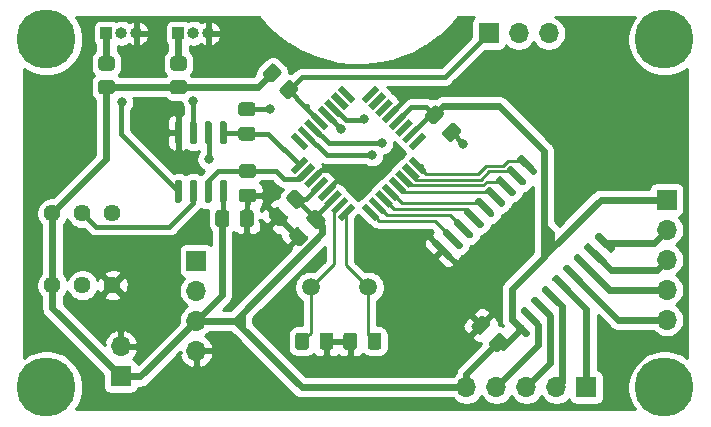
<source format=gbr>
%TF.GenerationSoftware,KiCad,Pcbnew,(5.1.8)-1*%
%TF.CreationDate,2021-01-04T13:49:47+01:00*%
%TF.ProjectId,fablab,6661626c-6162-42e6-9b69-6361645f7063,rev?*%
%TF.SameCoordinates,Original*%
%TF.FileFunction,Copper,L1,Top*%
%TF.FilePolarity,Positive*%
%FSLAX46Y46*%
G04 Gerber Fmt 4.6, Leading zero omitted, Abs format (unit mm)*
G04 Created by KiCad (PCBNEW (5.1.8)-1) date 2021-01-04 13:49:47*
%MOMM*%
%LPD*%
G01*
G04 APERTURE LIST*
%TA.AperFunction,ConnectorPad*%
%ADD10C,5.000000*%
%TD*%
%TA.AperFunction,ComponentPad*%
%ADD11C,2.900000*%
%TD*%
%TA.AperFunction,ComponentPad*%
%ADD12R,1.700000X1.700000*%
%TD*%
%TA.AperFunction,ComponentPad*%
%ADD13O,1.700000X1.700000*%
%TD*%
%TA.AperFunction,ComponentPad*%
%ADD14O,1.000000X1.000000*%
%TD*%
%TA.AperFunction,ComponentPad*%
%ADD15R,1.000000X1.000000*%
%TD*%
%TA.AperFunction,ComponentPad*%
%ADD16C,1.440000*%
%TD*%
%TA.AperFunction,SMDPad,CuDef*%
%ADD17C,0.100000*%
%TD*%
%TA.AperFunction,ComponentPad*%
%ADD18C,1.500000*%
%TD*%
%TA.AperFunction,ViaPad*%
%ADD19C,0.800000*%
%TD*%
%TA.AperFunction,Conductor*%
%ADD20C,0.400000*%
%TD*%
%TA.AperFunction,Conductor*%
%ADD21C,0.800000*%
%TD*%
%TA.AperFunction,Conductor*%
%ADD22C,0.600000*%
%TD*%
%TA.AperFunction,Conductor*%
%ADD23C,0.250000*%
%TD*%
%TA.AperFunction,Conductor*%
%ADD24C,0.254000*%
%TD*%
%TA.AperFunction,Conductor*%
%ADD25C,0.100000*%
%TD*%
G04 APERTURE END LIST*
D10*
%TO.P,H3,1*%
%TO.N,N/C*%
X17780000Y-182880000D03*
D11*
X17780000Y-182880000D03*
%TD*%
D10*
%TO.P,H1,1*%
%TO.N,N/C*%
X17780000Y-153416000D03*
D11*
X17780000Y-153416000D03*
%TD*%
D10*
%TO.P,H4,1*%
%TO.N,N/C*%
X70104000Y-182880000D03*
D11*
X70104000Y-182880000D03*
%TD*%
D10*
%TO.P,H2,1*%
%TO.N,N/C*%
X70104000Y-153416000D03*
D11*
X70104000Y-153416000D03*
%TD*%
%TO.P,C1,2*%
%TO.N,GND*%
%TA.AperFunction,SMDPad,CuDef*%
G36*
G01*
X34323000Y-166058000D02*
X35273000Y-166058000D01*
G75*
G02*
X35523000Y-166308000I0J-250000D01*
G01*
X35523000Y-166983000D01*
G75*
G02*
X35273000Y-167233000I-250000J0D01*
G01*
X34323000Y-167233000D01*
G75*
G02*
X34073000Y-166983000I0J250000D01*
G01*
X34073000Y-166308000D01*
G75*
G02*
X34323000Y-166058000I250000J0D01*
G01*
G37*
%TD.AperFunction*%
%TO.P,C1,1*%
%TO.N,HALL_1*%
%TA.AperFunction,SMDPad,CuDef*%
G36*
G01*
X34323000Y-163983000D02*
X35273000Y-163983000D01*
G75*
G02*
X35523000Y-164233000I0J-250000D01*
G01*
X35523000Y-164908000D01*
G75*
G02*
X35273000Y-165158000I-250000J0D01*
G01*
X34323000Y-165158000D01*
G75*
G02*
X34073000Y-164908000I0J250000D01*
G01*
X34073000Y-164233000D01*
G75*
G02*
X34323000Y-163983000I250000J0D01*
G01*
G37*
%TD.AperFunction*%
%TD*%
%TO.P,C2,2*%
%TO.N,GND*%
%TA.AperFunction,SMDPad,CuDef*%
G36*
G01*
X35222200Y-159925600D02*
X34272200Y-159925600D01*
G75*
G02*
X34022200Y-159675600I0J250000D01*
G01*
X34022200Y-159000600D01*
G75*
G02*
X34272200Y-158750600I250000J0D01*
G01*
X35222200Y-158750600D01*
G75*
G02*
X35472200Y-159000600I0J-250000D01*
G01*
X35472200Y-159675600D01*
G75*
G02*
X35222200Y-159925600I-250000J0D01*
G01*
G37*
%TD.AperFunction*%
%TO.P,C2,1*%
%TO.N,HALL_0*%
%TA.AperFunction,SMDPad,CuDef*%
G36*
G01*
X35222200Y-162000600D02*
X34272200Y-162000600D01*
G75*
G02*
X34022200Y-161750600I0J250000D01*
G01*
X34022200Y-161075600D01*
G75*
G02*
X34272200Y-160825600I250000J0D01*
G01*
X35222200Y-160825600D01*
G75*
G02*
X35472200Y-161075600I0J-250000D01*
G01*
X35472200Y-161750600D01*
G75*
G02*
X35222200Y-162000600I-250000J0D01*
G01*
G37*
%TD.AperFunction*%
%TD*%
%TO.P,C3,2*%
%TO.N,+5V*%
%TA.AperFunction,SMDPad,CuDef*%
G36*
G01*
X33250000Y-168125000D02*
X33250000Y-169075000D01*
G75*
G02*
X33000000Y-169325000I-250000J0D01*
G01*
X32325000Y-169325000D01*
G75*
G02*
X32075000Y-169075000I0J250000D01*
G01*
X32075000Y-168125000D01*
G75*
G02*
X32325000Y-167875000I250000J0D01*
G01*
X33000000Y-167875000D01*
G75*
G02*
X33250000Y-168125000I0J-250000D01*
G01*
G37*
%TD.AperFunction*%
%TO.P,C3,1*%
%TO.N,GND*%
%TA.AperFunction,SMDPad,CuDef*%
G36*
G01*
X35325000Y-168125000D02*
X35325000Y-169075000D01*
G75*
G02*
X35075000Y-169325000I-250000J0D01*
G01*
X34400000Y-169325000D01*
G75*
G02*
X34150000Y-169075000I0J250000D01*
G01*
X34150000Y-168125000D01*
G75*
G02*
X34400000Y-167875000I250000J0D01*
G01*
X35075000Y-167875000D01*
G75*
G02*
X35325000Y-168125000I0J-250000D01*
G01*
G37*
%TD.AperFunction*%
%TD*%
%TO.P,C7,2*%
%TO.N,+5V*%
%TA.AperFunction,SMDPad,CuDef*%
G36*
G01*
X55282322Y-179004073D02*
X55954073Y-178332322D01*
G75*
G02*
X56307627Y-178332322I176777J-176777D01*
G01*
X56784924Y-178809619D01*
G75*
G02*
X56784924Y-179163173I-176777J-176777D01*
G01*
X56113173Y-179834924D01*
G75*
G02*
X55759619Y-179834924I-176777J176777D01*
G01*
X55282322Y-179357627D01*
G75*
G02*
X55282322Y-179004073I176777J176777D01*
G01*
G37*
%TD.AperFunction*%
%TO.P,C7,1*%
%TO.N,GND*%
%TA.AperFunction,SMDPad,CuDef*%
G36*
G01*
X53815076Y-177536827D02*
X54486827Y-176865076D01*
G75*
G02*
X54840381Y-176865076I176777J-176777D01*
G01*
X55317678Y-177342373D01*
G75*
G02*
X55317678Y-177695927I-176777J-176777D01*
G01*
X54645927Y-178367678D01*
G75*
G02*
X54292373Y-178367678I-176777J176777D01*
G01*
X53815076Y-177890381D01*
G75*
G02*
X53815076Y-177536827I176777J176777D01*
G01*
G37*
%TD.AperFunction*%
%TD*%
%TO.P,R1,2*%
%TO.N,+5V*%
%TA.AperFunction,SMDPad,CuDef*%
G36*
G01*
X22409999Y-156864000D02*
X23310001Y-156864000D01*
G75*
G02*
X23560000Y-157113999I0J-249999D01*
G01*
X23560000Y-157814001D01*
G75*
G02*
X23310001Y-158064000I-249999J0D01*
G01*
X22409999Y-158064000D01*
G75*
G02*
X22160000Y-157814001I0J249999D01*
G01*
X22160000Y-157113999D01*
G75*
G02*
X22409999Y-156864000I249999J0D01*
G01*
G37*
%TD.AperFunction*%
%TO.P,R1,1*%
%TO.N,Net-(R1-Pad1)*%
%TA.AperFunction,SMDPad,CuDef*%
G36*
G01*
X22409999Y-154864000D02*
X23310001Y-154864000D01*
G75*
G02*
X23560000Y-155113999I0J-249999D01*
G01*
X23560000Y-155814001D01*
G75*
G02*
X23310001Y-156064000I-249999J0D01*
G01*
X22409999Y-156064000D01*
G75*
G02*
X22160000Y-155814001I0J249999D01*
G01*
X22160000Y-155113999D01*
G75*
G02*
X22409999Y-154864000I249999J0D01*
G01*
G37*
%TD.AperFunction*%
%TD*%
%TO.P,R2,2*%
%TO.N,+5V*%
%TA.AperFunction,SMDPad,CuDef*%
G36*
G01*
X28505999Y-156864000D02*
X29406001Y-156864000D01*
G75*
G02*
X29656000Y-157113999I0J-249999D01*
G01*
X29656000Y-157814001D01*
G75*
G02*
X29406001Y-158064000I-249999J0D01*
G01*
X28505999Y-158064000D01*
G75*
G02*
X28256000Y-157814001I0J249999D01*
G01*
X28256000Y-157113999D01*
G75*
G02*
X28505999Y-156864000I249999J0D01*
G01*
G37*
%TD.AperFunction*%
%TO.P,R2,1*%
%TO.N,Net-(R2-Pad1)*%
%TA.AperFunction,SMDPad,CuDef*%
G36*
G01*
X28505999Y-154864000D02*
X29406001Y-154864000D01*
G75*
G02*
X29656000Y-155113999I0J-249999D01*
G01*
X29656000Y-155814001D01*
G75*
G02*
X29406001Y-156064000I-249999J0D01*
G01*
X28505999Y-156064000D01*
G75*
G02*
X28256000Y-155814001I0J249999D01*
G01*
X28256000Y-155113999D01*
G75*
G02*
X28505999Y-154864000I249999J0D01*
G01*
G37*
%TD.AperFunction*%
%TD*%
%TO.P,R3,2*%
%TO.N,RESET*%
%TA.AperFunction,SMDPad,CuDef*%
G36*
G01*
X37556644Y-157573042D02*
X38193042Y-156936644D01*
G75*
G02*
X38546594Y-156936644I176776J-176776D01*
G01*
X39041570Y-157431620D01*
G75*
G02*
X39041570Y-157785172I-176776J-176776D01*
G01*
X38405172Y-158421570D01*
G75*
G02*
X38051620Y-158421570I-176776J176776D01*
G01*
X37556644Y-157926594D01*
G75*
G02*
X37556644Y-157573042I176776J176776D01*
G01*
G37*
%TD.AperFunction*%
%TO.P,R3,1*%
%TO.N,+5V*%
%TA.AperFunction,SMDPad,CuDef*%
G36*
G01*
X36142430Y-156158828D02*
X36778828Y-155522430D01*
G75*
G02*
X37132380Y-155522430I176776J-176776D01*
G01*
X37627356Y-156017406D01*
G75*
G02*
X37627356Y-156370958I-176776J-176776D01*
G01*
X36990958Y-157007356D01*
G75*
G02*
X36637406Y-157007356I-176776J176776D01*
G01*
X36142430Y-156512380D01*
G75*
G02*
X36142430Y-156158828I176776J176776D01*
G01*
G37*
%TD.AperFunction*%
%TD*%
D12*
%TO.P,J5,1*%
%TO.N,Net-(J5-Pad1)*%
X63500000Y-182880000D03*
D13*
%TO.P,J5,2*%
%TO.N,Net-(J5-Pad2)*%
X60960000Y-182880000D03*
%TO.P,J5,3*%
%TO.N,Net-(J5-Pad3)*%
X58420000Y-182880000D03*
%TO.P,J5,4*%
%TO.N,Net-(J5-Pad4)*%
X55880000Y-182880000D03*
%TO.P,J5,5*%
%TO.N,+5V*%
X53340000Y-182880000D03*
%TD*%
D12*
%TO.P,J4,1*%
%TO.N,+5V*%
X70300000Y-167000000D03*
D13*
%TO.P,J4,2*%
%TO.N,Net-(J4-Pad2)*%
X70300000Y-169540000D03*
%TO.P,J4,3*%
%TO.N,Net-(J4-Pad3)*%
X70300000Y-172080000D03*
%TO.P,J4,4*%
%TO.N,Net-(J4-Pad4)*%
X70300000Y-174620000D03*
%TO.P,J4,5*%
%TO.N,Net-(J4-Pad5)*%
X70300000Y-177160000D03*
%TD*%
%TO.P,C4,2*%
%TO.N,+5V*%
%TA.AperFunction,SMDPad,CuDef*%
G36*
G01*
X51367678Y-159895927D02*
X50695927Y-160567678D01*
G75*
G02*
X50342373Y-160567678I-176777J176777D01*
G01*
X49865076Y-160090381D01*
G75*
G02*
X49865076Y-159736827I176777J176777D01*
G01*
X50536827Y-159065076D01*
G75*
G02*
X50890381Y-159065076I176777J-176777D01*
G01*
X51367678Y-159542373D01*
G75*
G02*
X51367678Y-159895927I-176777J-176777D01*
G01*
G37*
%TD.AperFunction*%
%TO.P,C4,1*%
%TO.N,GND*%
%TA.AperFunction,SMDPad,CuDef*%
G36*
G01*
X52834924Y-161363173D02*
X52163173Y-162034924D01*
G75*
G02*
X51809619Y-162034924I-176777J176777D01*
G01*
X51332322Y-161557627D01*
G75*
G02*
X51332322Y-161204073I176777J176777D01*
G01*
X52004073Y-160532322D01*
G75*
G02*
X52357627Y-160532322I176777J-176777D01*
G01*
X52834924Y-161009619D01*
G75*
G02*
X52834924Y-161363173I-176777J-176777D01*
G01*
G37*
%TD.AperFunction*%
%TD*%
D14*
%TO.P,U1,3*%
%TO.N,GND*%
X25400000Y-152908000D03*
%TO.P,U1,2*%
%TO.N,Net-(U1-Pad2)*%
X24130000Y-152908000D03*
D15*
%TO.P,U1,1*%
%TO.N,Net-(R1-Pad1)*%
X22860000Y-152908000D03*
%TD*%
D14*
%TO.P,U2,3*%
%TO.N,GND*%
X31496000Y-152908000D03*
%TO.P,U2,2*%
%TO.N,Net-(U2-Pad2)*%
X30226000Y-152908000D03*
D15*
%TO.P,U2,1*%
%TO.N,Net-(R2-Pad1)*%
X28956000Y-152908000D03*
%TD*%
%TO.P,C5,1*%
%TO.N,Net-(C5-Pad1)*%
%TA.AperFunction,SMDPad,CuDef*%
G36*
G01*
X38831000Y-179451000D02*
X38831000Y-178501000D01*
G75*
G02*
X39081000Y-178251000I250000J0D01*
G01*
X39756000Y-178251000D01*
G75*
G02*
X40006000Y-178501000I0J-250000D01*
G01*
X40006000Y-179451000D01*
G75*
G02*
X39756000Y-179701000I-250000J0D01*
G01*
X39081000Y-179701000D01*
G75*
G02*
X38831000Y-179451000I0J250000D01*
G01*
G37*
%TD.AperFunction*%
%TO.P,C5,2*%
%TO.N,GND*%
%TA.AperFunction,SMDPad,CuDef*%
G36*
G01*
X40906000Y-179451000D02*
X40906000Y-178501000D01*
G75*
G02*
X41156000Y-178251000I250000J0D01*
G01*
X41831000Y-178251000D01*
G75*
G02*
X42081000Y-178501000I0J-250000D01*
G01*
X42081000Y-179451000D01*
G75*
G02*
X41831000Y-179701000I-250000J0D01*
G01*
X41156000Y-179701000D01*
G75*
G02*
X40906000Y-179451000I0J250000D01*
G01*
G37*
%TD.AperFunction*%
%TD*%
%TO.P,C6,2*%
%TO.N,Net-(C6-Pad2)*%
%TA.AperFunction,SMDPad,CuDef*%
G36*
G01*
X44970000Y-179451000D02*
X44970000Y-178501000D01*
G75*
G02*
X45220000Y-178251000I250000J0D01*
G01*
X45895000Y-178251000D01*
G75*
G02*
X46145000Y-178501000I0J-250000D01*
G01*
X46145000Y-179451000D01*
G75*
G02*
X45895000Y-179701000I-250000J0D01*
G01*
X45220000Y-179701000D01*
G75*
G02*
X44970000Y-179451000I0J250000D01*
G01*
G37*
%TD.AperFunction*%
%TO.P,C6,1*%
%TO.N,GND*%
%TA.AperFunction,SMDPad,CuDef*%
G36*
G01*
X42895000Y-179451000D02*
X42895000Y-178501000D01*
G75*
G02*
X43145000Y-178251000I250000J0D01*
G01*
X43820000Y-178251000D01*
G75*
G02*
X44070000Y-178501000I0J-250000D01*
G01*
X44070000Y-179451000D01*
G75*
G02*
X43820000Y-179701000I-250000J0D01*
G01*
X43145000Y-179701000D01*
G75*
G02*
X42895000Y-179451000I0J250000D01*
G01*
G37*
%TD.AperFunction*%
%TD*%
D12*
%TO.P,J2,1*%
%TO.N,+5V*%
X24053800Y-181965600D03*
D13*
%TO.P,J2,2*%
%TO.N,GND*%
X24053800Y-179425600D03*
%TD*%
D16*
%TO.P,RV1,1*%
%TO.N,+5V*%
X18288000Y-168148000D03*
%TO.P,RV1,2*%
%TO.N,Net-(RV1-Pad2)*%
X20828000Y-168148000D03*
%TO.P,RV1,3*%
%TO.N,GND*%
X23368000Y-168148000D03*
%TD*%
%TO.P,RV2,3*%
%TO.N,GND*%
X23368000Y-174244000D03*
%TO.P,RV2,2*%
%TO.N,Net-(RV2-Pad2)*%
X20828000Y-174244000D03*
%TO.P,RV2,1*%
%TO.N,+5V*%
X18288000Y-174244000D03*
%TD*%
%TO.P,U3,1*%
%TO.N,HALL_0*%
%TA.AperFunction,SMDPad,CuDef*%
G36*
G01*
X32605000Y-160350000D02*
X32905000Y-160350000D01*
G75*
G02*
X33055000Y-160500000I0J-150000D01*
G01*
X33055000Y-162150000D01*
G75*
G02*
X32905000Y-162300000I-150000J0D01*
G01*
X32605000Y-162300000D01*
G75*
G02*
X32455000Y-162150000I0J150000D01*
G01*
X32455000Y-160500000D01*
G75*
G02*
X32605000Y-160350000I150000J0D01*
G01*
G37*
%TD.AperFunction*%
%TO.P,U3,2*%
%TO.N,Net-(RV2-Pad2)*%
%TA.AperFunction,SMDPad,CuDef*%
G36*
G01*
X31335000Y-160350000D02*
X31635000Y-160350000D01*
G75*
G02*
X31785000Y-160500000I0J-150000D01*
G01*
X31785000Y-162150000D01*
G75*
G02*
X31635000Y-162300000I-150000J0D01*
G01*
X31335000Y-162300000D01*
G75*
G02*
X31185000Y-162150000I0J150000D01*
G01*
X31185000Y-160500000D01*
G75*
G02*
X31335000Y-160350000I150000J0D01*
G01*
G37*
%TD.AperFunction*%
%TO.P,U3,3*%
%TO.N,Net-(U2-Pad2)*%
%TA.AperFunction,SMDPad,CuDef*%
G36*
G01*
X30065000Y-160350000D02*
X30365000Y-160350000D01*
G75*
G02*
X30515000Y-160500000I0J-150000D01*
G01*
X30515000Y-162150000D01*
G75*
G02*
X30365000Y-162300000I-150000J0D01*
G01*
X30065000Y-162300000D01*
G75*
G02*
X29915000Y-162150000I0J150000D01*
G01*
X29915000Y-160500000D01*
G75*
G02*
X30065000Y-160350000I150000J0D01*
G01*
G37*
%TD.AperFunction*%
%TO.P,U3,4*%
%TO.N,GND*%
%TA.AperFunction,SMDPad,CuDef*%
G36*
G01*
X28795000Y-160350000D02*
X29095000Y-160350000D01*
G75*
G02*
X29245000Y-160500000I0J-150000D01*
G01*
X29245000Y-162150000D01*
G75*
G02*
X29095000Y-162300000I-150000J0D01*
G01*
X28795000Y-162300000D01*
G75*
G02*
X28645000Y-162150000I0J150000D01*
G01*
X28645000Y-160500000D01*
G75*
G02*
X28795000Y-160350000I150000J0D01*
G01*
G37*
%TD.AperFunction*%
%TO.P,U3,5*%
%TO.N,Net-(U1-Pad2)*%
%TA.AperFunction,SMDPad,CuDef*%
G36*
G01*
X28795000Y-165300000D02*
X29095000Y-165300000D01*
G75*
G02*
X29245000Y-165450000I0J-150000D01*
G01*
X29245000Y-167100000D01*
G75*
G02*
X29095000Y-167250000I-150000J0D01*
G01*
X28795000Y-167250000D01*
G75*
G02*
X28645000Y-167100000I0J150000D01*
G01*
X28645000Y-165450000D01*
G75*
G02*
X28795000Y-165300000I150000J0D01*
G01*
G37*
%TD.AperFunction*%
%TO.P,U3,6*%
%TO.N,Net-(RV1-Pad2)*%
%TA.AperFunction,SMDPad,CuDef*%
G36*
G01*
X30065000Y-165300000D02*
X30365000Y-165300000D01*
G75*
G02*
X30515000Y-165450000I0J-150000D01*
G01*
X30515000Y-167100000D01*
G75*
G02*
X30365000Y-167250000I-150000J0D01*
G01*
X30065000Y-167250000D01*
G75*
G02*
X29915000Y-167100000I0J150000D01*
G01*
X29915000Y-165450000D01*
G75*
G02*
X30065000Y-165300000I150000J0D01*
G01*
G37*
%TD.AperFunction*%
%TO.P,U3,7*%
%TO.N,HALL_1*%
%TA.AperFunction,SMDPad,CuDef*%
G36*
G01*
X31335000Y-165300000D02*
X31635000Y-165300000D01*
G75*
G02*
X31785000Y-165450000I0J-150000D01*
G01*
X31785000Y-167100000D01*
G75*
G02*
X31635000Y-167250000I-150000J0D01*
G01*
X31335000Y-167250000D01*
G75*
G02*
X31185000Y-167100000I0J150000D01*
G01*
X31185000Y-165450000D01*
G75*
G02*
X31335000Y-165300000I150000J0D01*
G01*
G37*
%TD.AperFunction*%
%TO.P,U3,8*%
%TO.N,+5V*%
%TA.AperFunction,SMDPad,CuDef*%
G36*
G01*
X32605000Y-165300000D02*
X32905000Y-165300000D01*
G75*
G02*
X33055000Y-165450000I0J-150000D01*
G01*
X33055000Y-167100000D01*
G75*
G02*
X32905000Y-167250000I-150000J0D01*
G01*
X32605000Y-167250000D01*
G75*
G02*
X32455000Y-167100000I0J150000D01*
G01*
X32455000Y-165450000D01*
G75*
G02*
X32605000Y-165300000I150000J0D01*
G01*
G37*
%TD.AperFunction*%
%TD*%
%TA.AperFunction,SMDPad,CuDef*%
D17*
%TO.P,U4,1*%
%TO.N,HALL_0*%
G36*
X38839666Y-164853445D02*
G01*
X38450757Y-164464536D01*
X39582128Y-163333165D01*
X39971037Y-163722074D01*
X38839666Y-164853445D01*
G37*
%TD.AperFunction*%
%TA.AperFunction,SMDPad,CuDef*%
%TO.P,U4,2*%
%TO.N,HALL_1*%
G36*
X39405352Y-165419130D02*
G01*
X39016443Y-165030221D01*
X40147814Y-163898850D01*
X40536723Y-164287759D01*
X39405352Y-165419130D01*
G37*
%TD.AperFunction*%
%TA.AperFunction,SMDPad,CuDef*%
%TO.P,U4,3*%
%TO.N,GND*%
G36*
X39971037Y-165984816D02*
G01*
X39582128Y-165595907D01*
X40713499Y-164464536D01*
X41102408Y-164853445D01*
X39971037Y-165984816D01*
G37*
%TD.AperFunction*%
%TA.AperFunction,SMDPad,CuDef*%
%TO.P,U4,4*%
%TO.N,+5V*%
G36*
X40536722Y-166550501D02*
G01*
X40147813Y-166161592D01*
X41279184Y-165030221D01*
X41668093Y-165419130D01*
X40536722Y-166550501D01*
G37*
%TD.AperFunction*%
%TA.AperFunction,SMDPad,CuDef*%
%TO.P,U4,5*%
%TO.N,GND*%
G36*
X41102408Y-167116187D02*
G01*
X40713499Y-166727278D01*
X41844870Y-165595907D01*
X42233779Y-165984816D01*
X41102408Y-167116187D01*
G37*
%TD.AperFunction*%
%TA.AperFunction,SMDPad,CuDef*%
%TO.P,U4,6*%
%TO.N,+5V*%
G36*
X41668093Y-167681872D02*
G01*
X41279184Y-167292963D01*
X42410555Y-166161592D01*
X42799464Y-166550501D01*
X41668093Y-167681872D01*
G37*
%TD.AperFunction*%
%TA.AperFunction,SMDPad,CuDef*%
%TO.P,U4,7*%
%TO.N,Net-(C5-Pad1)*%
G36*
X42233779Y-168247557D02*
G01*
X41844870Y-167858648D01*
X42976241Y-166727277D01*
X43365150Y-167116186D01*
X42233779Y-168247557D01*
G37*
%TD.AperFunction*%
%TA.AperFunction,SMDPad,CuDef*%
%TO.P,U4,8*%
%TO.N,Net-(C6-Pad2)*%
G36*
X42799464Y-168813243D02*
G01*
X42410555Y-168424334D01*
X43541926Y-167292963D01*
X43930835Y-167681872D01*
X42799464Y-168813243D01*
G37*
%TD.AperFunction*%
%TA.AperFunction,SMDPad,CuDef*%
%TO.P,U4,9*%
%TO.N,STEP_13*%
G36*
X45981445Y-168424334D02*
G01*
X45592536Y-168813243D01*
X44461165Y-167681872D01*
X44850074Y-167292963D01*
X45981445Y-168424334D01*
G37*
%TD.AperFunction*%
%TA.AperFunction,SMDPad,CuDef*%
%TO.P,U4,10*%
%TO.N,STEP_12*%
G36*
X46547130Y-167858648D02*
G01*
X46158221Y-168247557D01*
X45026850Y-167116186D01*
X45415759Y-166727277D01*
X46547130Y-167858648D01*
G37*
%TD.AperFunction*%
%TA.AperFunction,SMDPad,CuDef*%
%TO.P,U4,11*%
%TO.N,STEP_11*%
G36*
X47112816Y-167292963D02*
G01*
X46723907Y-167681872D01*
X45592536Y-166550501D01*
X45981445Y-166161592D01*
X47112816Y-167292963D01*
G37*
%TD.AperFunction*%
%TA.AperFunction,SMDPad,CuDef*%
%TO.P,U4,12*%
%TO.N,STEP_10*%
G36*
X47678501Y-166727278D02*
G01*
X47289592Y-167116187D01*
X46158221Y-165984816D01*
X46547130Y-165595907D01*
X47678501Y-166727278D01*
G37*
%TD.AperFunction*%
%TA.AperFunction,SMDPad,CuDef*%
%TO.P,U4,13*%
%TO.N,STEP_03*%
G36*
X48244187Y-166161592D02*
G01*
X47855278Y-166550501D01*
X46723907Y-165419130D01*
X47112816Y-165030221D01*
X48244187Y-166161592D01*
G37*
%TD.AperFunction*%
%TA.AperFunction,SMDPad,CuDef*%
%TO.P,U4,14*%
%TO.N,STEP_02*%
G36*
X48809872Y-165595907D02*
G01*
X48420963Y-165984816D01*
X47289592Y-164853445D01*
X47678501Y-164464536D01*
X48809872Y-165595907D01*
G37*
%TD.AperFunction*%
%TA.AperFunction,SMDPad,CuDef*%
%TO.P,U4,15*%
%TO.N,STEP_01*%
G36*
X49375557Y-165030221D02*
G01*
X48986648Y-165419130D01*
X47855277Y-164287759D01*
X48244186Y-163898850D01*
X49375557Y-165030221D01*
G37*
%TD.AperFunction*%
%TA.AperFunction,SMDPad,CuDef*%
%TO.P,U4,16*%
%TO.N,STEP_00*%
G36*
X49941243Y-164464536D02*
G01*
X49552334Y-164853445D01*
X48420963Y-163722074D01*
X48809872Y-163333165D01*
X49941243Y-164464536D01*
G37*
%TD.AperFunction*%
%TA.AperFunction,SMDPad,CuDef*%
%TO.P,U4,17*%
%TO.N,Net-(U4-Pad17)*%
G36*
X48809872Y-162802835D02*
G01*
X48420963Y-162413926D01*
X49552334Y-161282555D01*
X49941243Y-161671464D01*
X48809872Y-162802835D01*
G37*
%TD.AperFunction*%
%TA.AperFunction,SMDPad,CuDef*%
%TO.P,U4,18*%
%TO.N,+5V*%
G36*
X48244186Y-162237150D02*
G01*
X47855277Y-161848241D01*
X48986648Y-160716870D01*
X49375557Y-161105779D01*
X48244186Y-162237150D01*
G37*
%TD.AperFunction*%
%TA.AperFunction,SMDPad,CuDef*%
%TO.P,U4,19*%
%TO.N,Net-(U4-Pad19)*%
G36*
X47678501Y-161671464D02*
G01*
X47289592Y-161282555D01*
X48420963Y-160151184D01*
X48809872Y-160540093D01*
X47678501Y-161671464D01*
G37*
%TD.AperFunction*%
%TA.AperFunction,SMDPad,CuDef*%
%TO.P,U4,20*%
%TO.N,+5V*%
G36*
X47112816Y-161105779D02*
G01*
X46723907Y-160716870D01*
X47855278Y-159585499D01*
X48244187Y-159974408D01*
X47112816Y-161105779D01*
G37*
%TD.AperFunction*%
%TA.AperFunction,SMDPad,CuDef*%
%TO.P,U4,21*%
%TO.N,GND*%
G36*
X46547130Y-160540093D02*
G01*
X46158221Y-160151184D01*
X47289592Y-159019813D01*
X47678501Y-159408722D01*
X46547130Y-160540093D01*
G37*
%TD.AperFunction*%
%TA.AperFunction,SMDPad,CuDef*%
%TO.P,U4,22*%
%TO.N,Net-(U4-Pad22)*%
G36*
X45981445Y-159974408D02*
G01*
X45592536Y-159585499D01*
X46723907Y-158454128D01*
X47112816Y-158843037D01*
X45981445Y-159974408D01*
G37*
%TD.AperFunction*%
%TA.AperFunction,SMDPad,CuDef*%
%TO.P,U4,23*%
%TO.N,Net-(U4-Pad23)*%
G36*
X45415759Y-159408723D02*
G01*
X45026850Y-159019814D01*
X46158221Y-157888443D01*
X46547130Y-158277352D01*
X45415759Y-159408723D01*
G37*
%TD.AperFunction*%
%TA.AperFunction,SMDPad,CuDef*%
%TO.P,U4,24*%
%TO.N,Net-(U4-Pad24)*%
G36*
X44850074Y-158843037D02*
G01*
X44461165Y-158454128D01*
X45592536Y-157322757D01*
X45981445Y-157711666D01*
X44850074Y-158843037D01*
G37*
%TD.AperFunction*%
%TA.AperFunction,SMDPad,CuDef*%
%TO.P,U4,25*%
%TO.N,Net-(U4-Pad25)*%
G36*
X43930835Y-158454128D02*
G01*
X43541926Y-158843037D01*
X42410555Y-157711666D01*
X42799464Y-157322757D01*
X43930835Y-158454128D01*
G37*
%TD.AperFunction*%
%TA.AperFunction,SMDPad,CuDef*%
%TO.P,U4,26*%
%TO.N,Net-(U4-Pad26)*%
G36*
X43365150Y-159019814D02*
G01*
X42976241Y-159408723D01*
X41844870Y-158277352D01*
X42233779Y-157888443D01*
X43365150Y-159019814D01*
G37*
%TD.AperFunction*%
%TA.AperFunction,SMDPad,CuDef*%
%TO.P,U4,27*%
%TO.N,SDA*%
G36*
X42799464Y-159585499D02*
G01*
X42410555Y-159974408D01*
X41279184Y-158843037D01*
X41668093Y-158454128D01*
X42799464Y-159585499D01*
G37*
%TD.AperFunction*%
%TA.AperFunction,SMDPad,CuDef*%
%TO.P,U4,28*%
%TO.N,SCL*%
G36*
X42233779Y-160151184D02*
G01*
X41844870Y-160540093D01*
X40713499Y-159408722D01*
X41102408Y-159019813D01*
X42233779Y-160151184D01*
G37*
%TD.AperFunction*%
%TA.AperFunction,SMDPad,CuDef*%
%TO.P,U4,29*%
%TO.N,RESET*%
G36*
X41668093Y-160716870D02*
G01*
X41279184Y-161105779D01*
X40147813Y-159974408D01*
X40536722Y-159585499D01*
X41668093Y-160716870D01*
G37*
%TD.AperFunction*%
%TA.AperFunction,SMDPad,CuDef*%
%TO.P,U4,30*%
%TO.N,RXD*%
G36*
X41102408Y-161282555D02*
G01*
X40713499Y-161671464D01*
X39582128Y-160540093D01*
X39971037Y-160151184D01*
X41102408Y-161282555D01*
G37*
%TD.AperFunction*%
%TA.AperFunction,SMDPad,CuDef*%
%TO.P,U4,31*%
%TO.N,TXD*%
G36*
X40536723Y-161848241D02*
G01*
X40147814Y-162237150D01*
X39016443Y-161105779D01*
X39405352Y-160716870D01*
X40536723Y-161848241D01*
G37*
%TD.AperFunction*%
%TA.AperFunction,SMDPad,CuDef*%
%TO.P,U4,32*%
%TO.N,Net-(U4-Pad32)*%
G36*
X39971037Y-162413926D02*
G01*
X39582128Y-162802835D01*
X38450757Y-161671464D01*
X38839666Y-161282555D01*
X39971037Y-162413926D01*
G37*
%TD.AperFunction*%
%TD*%
%TO.P,U5,1*%
%TO.N,STEP_00*%
%TA.AperFunction,SMDPad,CuDef*%
G36*
G01*
X57639206Y-163443133D02*
X57851338Y-163231001D01*
G75*
G02*
X58063470Y-163231001I106066J-106066D01*
G01*
X59300906Y-164468437D01*
G75*
G02*
X59300906Y-164680569I-106066J-106066D01*
G01*
X59088774Y-164892701D01*
G75*
G02*
X58876642Y-164892701I-106066J106066D01*
G01*
X57639206Y-163655265D01*
G75*
G02*
X57639206Y-163443133I106066J106066D01*
G01*
G37*
%TD.AperFunction*%
%TO.P,U5,2*%
%TO.N,STEP_01*%
%TA.AperFunction,SMDPad,CuDef*%
G36*
G01*
X56741180Y-164341159D02*
X56953312Y-164129027D01*
G75*
G02*
X57165444Y-164129027I106066J-106066D01*
G01*
X58402880Y-165366463D01*
G75*
G02*
X58402880Y-165578595I-106066J-106066D01*
G01*
X58190748Y-165790727D01*
G75*
G02*
X57978616Y-165790727I-106066J106066D01*
G01*
X56741180Y-164553291D01*
G75*
G02*
X56741180Y-164341159I106066J106066D01*
G01*
G37*
%TD.AperFunction*%
%TO.P,U5,3*%
%TO.N,STEP_02*%
%TA.AperFunction,SMDPad,CuDef*%
G36*
G01*
X55843155Y-165239184D02*
X56055287Y-165027052D01*
G75*
G02*
X56267419Y-165027052I106066J-106066D01*
G01*
X57504855Y-166264488D01*
G75*
G02*
X57504855Y-166476620I-106066J-106066D01*
G01*
X57292723Y-166688752D01*
G75*
G02*
X57080591Y-166688752I-106066J106066D01*
G01*
X55843155Y-165451316D01*
G75*
G02*
X55843155Y-165239184I106066J106066D01*
G01*
G37*
%TD.AperFunction*%
%TO.P,U5,4*%
%TO.N,STEP_03*%
%TA.AperFunction,SMDPad,CuDef*%
G36*
G01*
X54945129Y-166137210D02*
X55157261Y-165925078D01*
G75*
G02*
X55369393Y-165925078I106066J-106066D01*
G01*
X56606829Y-167162514D01*
G75*
G02*
X56606829Y-167374646I-106066J-106066D01*
G01*
X56394697Y-167586778D01*
G75*
G02*
X56182565Y-167586778I-106066J106066D01*
G01*
X54945129Y-166349342D01*
G75*
G02*
X54945129Y-166137210I106066J106066D01*
G01*
G37*
%TD.AperFunction*%
%TO.P,U5,5*%
%TO.N,STEP_10*%
%TA.AperFunction,SMDPad,CuDef*%
G36*
G01*
X54047103Y-167035235D02*
X54259235Y-166823103D01*
G75*
G02*
X54471367Y-166823103I106066J-106066D01*
G01*
X55708803Y-168060539D01*
G75*
G02*
X55708803Y-168272671I-106066J-106066D01*
G01*
X55496671Y-168484803D01*
G75*
G02*
X55284539Y-168484803I-106066J106066D01*
G01*
X54047103Y-167247367D01*
G75*
G02*
X54047103Y-167035235I106066J106066D01*
G01*
G37*
%TD.AperFunction*%
%TO.P,U5,6*%
%TO.N,STEP_11*%
%TA.AperFunction,SMDPad,CuDef*%
G36*
G01*
X53149078Y-167933261D02*
X53361210Y-167721129D01*
G75*
G02*
X53573342Y-167721129I106066J-106066D01*
G01*
X54810778Y-168958565D01*
G75*
G02*
X54810778Y-169170697I-106066J-106066D01*
G01*
X54598646Y-169382829D01*
G75*
G02*
X54386514Y-169382829I-106066J106066D01*
G01*
X53149078Y-168145393D01*
G75*
G02*
X53149078Y-167933261I106066J106066D01*
G01*
G37*
%TD.AperFunction*%
%TO.P,U5,7*%
%TO.N,STEP_12*%
%TA.AperFunction,SMDPad,CuDef*%
G36*
G01*
X52251052Y-168831287D02*
X52463184Y-168619155D01*
G75*
G02*
X52675316Y-168619155I106066J-106066D01*
G01*
X53912752Y-169856591D01*
G75*
G02*
X53912752Y-170068723I-106066J-106066D01*
G01*
X53700620Y-170280855D01*
G75*
G02*
X53488488Y-170280855I-106066J106066D01*
G01*
X52251052Y-169043419D01*
G75*
G02*
X52251052Y-168831287I106066J106066D01*
G01*
G37*
%TD.AperFunction*%
%TO.P,U5,8*%
%TO.N,STEP_13*%
%TA.AperFunction,SMDPad,CuDef*%
G36*
G01*
X51353027Y-169729312D02*
X51565159Y-169517180D01*
G75*
G02*
X51777291Y-169517180I106066J-106066D01*
G01*
X53014727Y-170754616D01*
G75*
G02*
X53014727Y-170966748I-106066J-106066D01*
G01*
X52802595Y-171178880D01*
G75*
G02*
X52590463Y-171178880I-106066J106066D01*
G01*
X51353027Y-169941444D01*
G75*
G02*
X51353027Y-169729312I106066J106066D01*
G01*
G37*
%TD.AperFunction*%
%TO.P,U5,9*%
%TO.N,GND*%
%TA.AperFunction,SMDPad,CuDef*%
G36*
G01*
X50455001Y-170627338D02*
X50667133Y-170415206D01*
G75*
G02*
X50879265Y-170415206I106066J-106066D01*
G01*
X52116701Y-171652642D01*
G75*
G02*
X52116701Y-171864774I-106066J-106066D01*
G01*
X51904569Y-172076906D01*
G75*
G02*
X51692437Y-172076906I-106066J106066D01*
G01*
X50455001Y-170839470D01*
G75*
G02*
X50455001Y-170627338I106066J106066D01*
G01*
G37*
%TD.AperFunction*%
%TO.P,U5,10*%
%TO.N,+5V*%
%TA.AperFunction,SMDPad,CuDef*%
G36*
G01*
X57031094Y-177203431D02*
X57243226Y-176991299D01*
G75*
G02*
X57455358Y-176991299I106066J-106066D01*
G01*
X58692794Y-178228735D01*
G75*
G02*
X58692794Y-178440867I-106066J-106066D01*
G01*
X58480662Y-178652999D01*
G75*
G02*
X58268530Y-178652999I-106066J106066D01*
G01*
X57031094Y-177415563D01*
G75*
G02*
X57031094Y-177203431I106066J106066D01*
G01*
G37*
%TD.AperFunction*%
%TO.P,U5,11*%
%TO.N,Net-(J5-Pad4)*%
%TA.AperFunction,SMDPad,CuDef*%
G36*
G01*
X57929120Y-176305405D02*
X58141252Y-176093273D01*
G75*
G02*
X58353384Y-176093273I106066J-106066D01*
G01*
X59590820Y-177330709D01*
G75*
G02*
X59590820Y-177542841I-106066J-106066D01*
G01*
X59378688Y-177754973D01*
G75*
G02*
X59166556Y-177754973I-106066J106066D01*
G01*
X57929120Y-176517537D01*
G75*
G02*
X57929120Y-176305405I106066J106066D01*
G01*
G37*
%TD.AperFunction*%
%TO.P,U5,12*%
%TO.N,Net-(J5-Pad3)*%
%TA.AperFunction,SMDPad,CuDef*%
G36*
G01*
X58827145Y-175407380D02*
X59039277Y-175195248D01*
G75*
G02*
X59251409Y-175195248I106066J-106066D01*
G01*
X60488845Y-176432684D01*
G75*
G02*
X60488845Y-176644816I-106066J-106066D01*
G01*
X60276713Y-176856948D01*
G75*
G02*
X60064581Y-176856948I-106066J106066D01*
G01*
X58827145Y-175619512D01*
G75*
G02*
X58827145Y-175407380I106066J106066D01*
G01*
G37*
%TD.AperFunction*%
%TO.P,U5,13*%
%TO.N,Net-(J5-Pad2)*%
%TA.AperFunction,SMDPad,CuDef*%
G36*
G01*
X59725171Y-174509354D02*
X59937303Y-174297222D01*
G75*
G02*
X60149435Y-174297222I106066J-106066D01*
G01*
X61386871Y-175534658D01*
G75*
G02*
X61386871Y-175746790I-106066J-106066D01*
G01*
X61174739Y-175958922D01*
G75*
G02*
X60962607Y-175958922I-106066J106066D01*
G01*
X59725171Y-174721486D01*
G75*
G02*
X59725171Y-174509354I106066J106066D01*
G01*
G37*
%TD.AperFunction*%
%TO.P,U5,14*%
%TO.N,Net-(J5-Pad1)*%
%TA.AperFunction,SMDPad,CuDef*%
G36*
G01*
X60623197Y-173611329D02*
X60835329Y-173399197D01*
G75*
G02*
X61047461Y-173399197I106066J-106066D01*
G01*
X62284897Y-174636633D01*
G75*
G02*
X62284897Y-174848765I-106066J-106066D01*
G01*
X62072765Y-175060897D01*
G75*
G02*
X61860633Y-175060897I-106066J106066D01*
G01*
X60623197Y-173823461D01*
G75*
G02*
X60623197Y-173611329I106066J106066D01*
G01*
G37*
%TD.AperFunction*%
%TO.P,U5,15*%
%TO.N,Net-(J4-Pad5)*%
%TA.AperFunction,SMDPad,CuDef*%
G36*
G01*
X61521222Y-172713303D02*
X61733354Y-172501171D01*
G75*
G02*
X61945486Y-172501171I106066J-106066D01*
G01*
X63182922Y-173738607D01*
G75*
G02*
X63182922Y-173950739I-106066J-106066D01*
G01*
X62970790Y-174162871D01*
G75*
G02*
X62758658Y-174162871I-106066J106066D01*
G01*
X61521222Y-172925435D01*
G75*
G02*
X61521222Y-172713303I106066J106066D01*
G01*
G37*
%TD.AperFunction*%
%TO.P,U5,16*%
%TO.N,Net-(J4-Pad4)*%
%TA.AperFunction,SMDPad,CuDef*%
G36*
G01*
X62419248Y-171815277D02*
X62631380Y-171603145D01*
G75*
G02*
X62843512Y-171603145I106066J-106066D01*
G01*
X64080948Y-172840581D01*
G75*
G02*
X64080948Y-173052713I-106066J-106066D01*
G01*
X63868816Y-173264845D01*
G75*
G02*
X63656684Y-173264845I-106066J106066D01*
G01*
X62419248Y-172027409D01*
G75*
G02*
X62419248Y-171815277I106066J106066D01*
G01*
G37*
%TD.AperFunction*%
%TO.P,U5,17*%
%TO.N,Net-(J4-Pad3)*%
%TA.AperFunction,SMDPad,CuDef*%
G36*
G01*
X63317273Y-170917252D02*
X63529405Y-170705120D01*
G75*
G02*
X63741537Y-170705120I106066J-106066D01*
G01*
X64978973Y-171942556D01*
G75*
G02*
X64978973Y-172154688I-106066J-106066D01*
G01*
X64766841Y-172366820D01*
G75*
G02*
X64554709Y-172366820I-106066J106066D01*
G01*
X63317273Y-171129384D01*
G75*
G02*
X63317273Y-170917252I106066J106066D01*
G01*
G37*
%TD.AperFunction*%
%TO.P,U5,18*%
%TO.N,Net-(J4-Pad2)*%
%TA.AperFunction,SMDPad,CuDef*%
G36*
G01*
X64215299Y-170019226D02*
X64427431Y-169807094D01*
G75*
G02*
X64639563Y-169807094I106066J-106066D01*
G01*
X65876999Y-171044530D01*
G75*
G02*
X65876999Y-171256662I-106066J-106066D01*
G01*
X65664867Y-171468794D01*
G75*
G02*
X65452735Y-171468794I-106066J106066D01*
G01*
X64215299Y-170231358D01*
G75*
G02*
X64215299Y-170019226I106066J106066D01*
G01*
G37*
%TD.AperFunction*%
%TD*%
D18*
%TO.P,Y1,1*%
%TO.N,Net-(C6-Pad2)*%
X45028000Y-174404000D03*
%TO.P,Y1,2*%
%TO.N,Net-(C5-Pad1)*%
X40148000Y-174404000D03*
%TD*%
%TO.P,C8,2*%
%TO.N,GND*%
%TA.AperFunction,SMDPad,CuDef*%
G36*
G01*
X37495927Y-167682322D02*
X38167678Y-168354073D01*
G75*
G02*
X38167678Y-168707627I-176777J-176777D01*
G01*
X37690381Y-169184924D01*
G75*
G02*
X37336827Y-169184924I-176777J176777D01*
G01*
X36665076Y-168513173D01*
G75*
G02*
X36665076Y-168159619I176777J176777D01*
G01*
X37142373Y-167682322D01*
G75*
G02*
X37495927Y-167682322I176777J-176777D01*
G01*
G37*
%TD.AperFunction*%
%TO.P,C8,1*%
%TO.N,+5V*%
%TA.AperFunction,SMDPad,CuDef*%
G36*
G01*
X38963173Y-166215076D02*
X39634924Y-166886827D01*
G75*
G02*
X39634924Y-167240381I-176777J-176777D01*
G01*
X39157627Y-167717678D01*
G75*
G02*
X38804073Y-167717678I-176777J176777D01*
G01*
X38132322Y-167045927D01*
G75*
G02*
X38132322Y-166692373I176777J176777D01*
G01*
X38609619Y-166215076D01*
G75*
G02*
X38963173Y-166215076I176777J-176777D01*
G01*
G37*
%TD.AperFunction*%
%TD*%
%TO.P,C9,1*%
%TO.N,+5V*%
%TA.AperFunction,SMDPad,CuDef*%
G36*
G01*
X40663173Y-167915076D02*
X41334924Y-168586827D01*
G75*
G02*
X41334924Y-168940381I-176777J-176777D01*
G01*
X40857627Y-169417678D01*
G75*
G02*
X40504073Y-169417678I-176777J176777D01*
G01*
X39832322Y-168745927D01*
G75*
G02*
X39832322Y-168392373I176777J176777D01*
G01*
X40309619Y-167915076D01*
G75*
G02*
X40663173Y-167915076I176777J-176777D01*
G01*
G37*
%TD.AperFunction*%
%TO.P,C9,2*%
%TO.N,GND*%
%TA.AperFunction,SMDPad,CuDef*%
G36*
G01*
X39195927Y-169382322D02*
X39867678Y-170054073D01*
G75*
G02*
X39867678Y-170407627I-176777J-176777D01*
G01*
X39390381Y-170884924D01*
G75*
G02*
X39036827Y-170884924I-176777J176777D01*
G01*
X38365076Y-170213173D01*
G75*
G02*
X38365076Y-169859619I176777J176777D01*
G01*
X38842373Y-169382322D01*
G75*
G02*
X39195927Y-169382322I176777J-176777D01*
G01*
G37*
%TD.AperFunction*%
%TD*%
D12*
%TO.P,J1,1*%
%TO.N,SCL*%
X30454600Y-172161200D03*
D13*
%TO.P,J1,2*%
%TO.N,SDA*%
X30454600Y-174701200D03*
%TO.P,J1,3*%
%TO.N,+5V*%
X30454600Y-177241200D03*
%TO.P,J1,4*%
%TO.N,GND*%
X30454600Y-179781200D03*
%TD*%
D12*
%TO.P,J3,1*%
%TO.N,RESET*%
X55219600Y-152908000D03*
D13*
%TO.P,J3,2*%
%TO.N,RXD*%
X57759600Y-152908000D03*
%TO.P,J3,3*%
%TO.N,TXD*%
X60299600Y-152908000D03*
%TD*%
D19*
%TO.N,GND*%
X26797000Y-160959800D03*
X30962600Y-168529000D03*
X36322000Y-171246800D03*
X24130000Y-176936400D03*
X36195000Y-154025600D03*
X42595800Y-181178200D03*
X48564800Y-157784800D03*
X44119800Y-164922200D03*
X43275199Y-164522201D03*
X53060600Y-162280600D03*
X36677600Y-159334200D03*
X52933600Y-175488600D03*
X50139600Y-172567600D03*
X64592200Y-159537400D03*
%TO.N,SCL*%
X42714255Y-160975376D03*
%TO.N,SDA*%
X44704000Y-160197800D03*
%TO.N,TXD*%
X45364400Y-163220400D03*
%TO.N,RXD*%
X46177200Y-162204400D03*
%TO.N,Net-(RV2-Pad2)*%
X31500000Y-163572000D03*
%TO.N,Net-(U1-Pad2)*%
X24155400Y-158750000D03*
%TO.N,Net-(U2-Pad2)*%
X30226000Y-158623000D03*
%TD*%
D20*
%TO.N,HALL_0*%
X34659100Y-161325000D02*
X34747200Y-161413100D01*
X32755000Y-161325000D02*
X34659100Y-161325000D01*
X36530692Y-161413100D02*
X39210897Y-164093305D01*
X34747200Y-161413100D02*
X36530692Y-161413100D01*
%TO.N,GND*%
X46918361Y-159779953D02*
X46918361Y-159685239D01*
X48564800Y-158038800D02*
X48564800Y-157784800D01*
X46918361Y-159685239D02*
X48564800Y-158038800D01*
X41473639Y-166356047D02*
X41542953Y-166356047D01*
X42068103Y-165830897D02*
X42068103Y-165627697D01*
X41542953Y-166356047D02*
X42068103Y-165830897D01*
X42773600Y-164922200D02*
X44119800Y-164922200D01*
X42068103Y-165627697D02*
X42773600Y-164922200D01*
X43719801Y-164522201D02*
X44119800Y-164922200D01*
X41044743Y-164522201D02*
X43275199Y-164522201D01*
X40342268Y-165224676D02*
X41044743Y-164522201D01*
X43275199Y-164522201D02*
X43719801Y-164522201D01*
X52083623Y-161303623D02*
X53060600Y-162280600D01*
X52083623Y-161283623D02*
X52083623Y-161303623D01*
X36673700Y-159338100D02*
X36677600Y-159334200D01*
X34747200Y-159338100D02*
X36673700Y-159338100D01*
%TO.N,HALL_1*%
X39776583Y-164658990D02*
X39599822Y-164658990D01*
X31485000Y-166275000D02*
X31485000Y-165390400D01*
X32304900Y-164570500D02*
X34798000Y-164570500D01*
X31485000Y-165390400D02*
X32304900Y-164570500D01*
X34798000Y-164570500D02*
X37189500Y-164570500D01*
X39182118Y-165253455D02*
X39776583Y-164658990D01*
X37872455Y-165253455D02*
X39182118Y-165253455D01*
X37189500Y-164570500D02*
X37872455Y-165253455D01*
D21*
%TO.N,+5V*%
X57861944Y-177850056D02*
X57861944Y-177822149D01*
D20*
X39731937Y-166966377D02*
X38883623Y-166966377D01*
X40907953Y-165790361D02*
X39731937Y-166966377D01*
X40583623Y-168377433D02*
X40583623Y-168666377D01*
X42039324Y-166921732D02*
X40583623Y-168377433D01*
X50276050Y-159816377D02*
X50616377Y-159816377D01*
X48615417Y-161477010D02*
X50276050Y-159816377D01*
D22*
X57861944Y-177997764D02*
X56404854Y-179454854D01*
X57861944Y-177822149D02*
X57861944Y-177997764D01*
D20*
X47484047Y-160345639D02*
X48679686Y-159150000D01*
X49950000Y-159150000D02*
X50616377Y-159816377D01*
X48679686Y-159150000D02*
X49950000Y-159150000D01*
X32755000Y-168507500D02*
X32662500Y-168600000D01*
X32755000Y-166275000D02*
X32755000Y-168507500D01*
X40583623Y-168666377D02*
X38883623Y-166966377D01*
D22*
X18288000Y-168148000D02*
X18288000Y-174244000D01*
X18288000Y-176199800D02*
X18288000Y-174244000D01*
X24053800Y-181965600D02*
X18288000Y-176199800D01*
X25730200Y-181965600D02*
X30454600Y-177241200D01*
X24053800Y-181965600D02*
X25730200Y-181965600D01*
X22860000Y-163576000D02*
X18288000Y-168148000D01*
X22860000Y-157464000D02*
X22860000Y-163576000D01*
X28956000Y-157464000D02*
X22860000Y-157464000D01*
X35685786Y-157464000D02*
X36884893Y-156264893D01*
X28956000Y-157464000D02*
X35685786Y-157464000D01*
X53340000Y-181777246D02*
X56033623Y-179083623D01*
X53340000Y-182880000D02*
X53340000Y-181777246D01*
X32662500Y-175033300D02*
X30454600Y-177241200D01*
X32662500Y-168600000D02*
X32662500Y-175033300D01*
X57861944Y-177822149D02*
X57857949Y-177822149D01*
X50616377Y-159816377D02*
X51377954Y-159054800D01*
X51377954Y-159054800D02*
X56083200Y-159054800D01*
X56083200Y-159054800D02*
X59894850Y-162866450D01*
X57185176Y-177145381D02*
X57861944Y-177822149D01*
X57185176Y-174539024D02*
X57185176Y-177145381D01*
X40583623Y-168666377D02*
X41148000Y-169230754D01*
X33741228Y-177241200D02*
X30454600Y-177241200D01*
X41148000Y-169230754D02*
X41148000Y-169834428D01*
X59894850Y-171829350D02*
X59894850Y-171803950D01*
X64698800Y-167000000D02*
X70300000Y-167000000D01*
X59143900Y-172580300D02*
X57185176Y-174539024D01*
X59894850Y-171829350D02*
X59143900Y-172580300D01*
X59894850Y-170740450D02*
X59894850Y-171477050D01*
X59894850Y-171477050D02*
X59894850Y-171829350D01*
X59894850Y-169644950D02*
X59894850Y-170457750D01*
X59894850Y-169644950D02*
X59894850Y-170740450D01*
X60769500Y-170929300D02*
X64698800Y-167000000D01*
X39380028Y-182880000D02*
X53340000Y-182880000D01*
D20*
X34422014Y-177769586D02*
X34345814Y-177845786D01*
D22*
X34345814Y-177845786D02*
X39380028Y-182880000D01*
X41148000Y-169834428D02*
X34422014Y-176560414D01*
X34422014Y-176560414D02*
X33741228Y-177241200D01*
D20*
X33977514Y-177477486D02*
X33977514Y-177426686D01*
D22*
X33741228Y-177241200D02*
X33977514Y-177477486D01*
X33977514Y-177477486D02*
X34345814Y-177845786D01*
D20*
X34396614Y-177007586D02*
X34422014Y-177007586D01*
X33977514Y-177426686D02*
X34396614Y-177007586D01*
X34422014Y-177007586D02*
X34422014Y-177769586D01*
X34422014Y-176560414D02*
X34422014Y-177007586D01*
D22*
X60515500Y-169837100D02*
X59894850Y-169216450D01*
X59894850Y-162866450D02*
X59894850Y-169216450D01*
X59894850Y-169216450D02*
X59894850Y-169644950D01*
X59894850Y-171803950D02*
X60515500Y-171183300D01*
X60515500Y-171183300D02*
X60769500Y-170929300D01*
X59894850Y-170080050D02*
X60515500Y-170700700D01*
X59894850Y-169644950D02*
X59894850Y-170080050D01*
X60515500Y-170700700D02*
X60515500Y-169837100D01*
X60515500Y-171183300D02*
X60515500Y-170700700D01*
X60072650Y-170740450D02*
X60515500Y-171183300D01*
X59894850Y-170740450D02*
X60072650Y-170740450D01*
X60137800Y-169837100D02*
X59894850Y-170080050D01*
X60515500Y-169837100D02*
X60137800Y-169837100D01*
D23*
%TO.N,Net-(C5-Pad1)*%
X40148000Y-178246500D02*
X39418500Y-178976000D01*
X40148000Y-174404000D02*
X40148000Y-178246500D01*
X42085545Y-172466455D02*
X40148000Y-174404000D01*
X42085545Y-168006882D02*
X42085545Y-172466455D01*
X42605010Y-167487417D02*
X42085545Y-168006882D01*
%TO.N,Net-(C6-Pad2)*%
X45028000Y-178446500D02*
X45557500Y-178976000D01*
X45028000Y-174404000D02*
X45028000Y-178446500D01*
X43170695Y-172546695D02*
X45028000Y-174404000D01*
X43170695Y-168053103D02*
X43170695Y-172546695D01*
D20*
%TO.N,SCL*%
X41518832Y-159779953D02*
X42714255Y-160975376D01*
X41473639Y-159779953D02*
X41518832Y-159779953D01*
%TO.N,SDA*%
X43099056Y-160274000D02*
X43916600Y-160274000D01*
X42039324Y-159214268D02*
X43099056Y-160274000D01*
X44627800Y-160274000D02*
X44704000Y-160197800D01*
X43916600Y-160274000D02*
X44627800Y-160274000D01*
%TO.N,TXD*%
X39776583Y-161477010D02*
X39776583Y-161518783D01*
X41503600Y-163245800D02*
X41732200Y-163245800D01*
X39776583Y-161518783D02*
X41503600Y-163245800D01*
X45339000Y-163245800D02*
X45364400Y-163220400D01*
X41732200Y-163245800D02*
X45339000Y-163245800D01*
%TO.N,RXD*%
X41660744Y-162229800D02*
X41910000Y-162229800D01*
X40342268Y-160911324D02*
X41660744Y-162229800D01*
X46151800Y-162229800D02*
X46177200Y-162204400D01*
X41910000Y-162229800D02*
X46151800Y-162229800D01*
%TO.N,RESET*%
X40907953Y-160345639D02*
X40895639Y-160345639D01*
X38299107Y-157749107D02*
X38299107Y-157679107D01*
X39601700Y-159051700D02*
X39804900Y-159051700D01*
X40895639Y-160345639D02*
X39601700Y-159051700D01*
X39601700Y-159051700D02*
X38299107Y-157749107D01*
X39055467Y-156922747D02*
X39055467Y-156905533D01*
X38299107Y-157679107D02*
X39055467Y-156922747D01*
X39055467Y-156922747D02*
X39063653Y-156922747D01*
X39063653Y-156922747D02*
X39395400Y-156591000D01*
X51536600Y-156591000D02*
X55219600Y-152908000D01*
X39395400Y-156591000D02*
X51536600Y-156591000D01*
D22*
%TO.N,Net-(J4-Pad2)*%
X69202056Y-170637944D02*
X70300000Y-169540000D01*
X65046149Y-170637944D02*
X69202056Y-170637944D01*
%TO.N,Net-(J4-Pad3)*%
X64148123Y-171535970D02*
X64235970Y-171535970D01*
X64235970Y-171535970D02*
X64912738Y-172212738D01*
X69450001Y-172929999D02*
X70300000Y-172080000D01*
X65542152Y-172929999D02*
X69450001Y-172929999D01*
X64148123Y-171535970D02*
X65542152Y-172929999D01*
%TO.N,Net-(J4-Pad4)*%
X64028851Y-173212748D02*
X63250098Y-172433995D01*
X65436103Y-174620000D02*
X70300000Y-174620000D01*
X63250098Y-172433995D02*
X65436103Y-174620000D01*
%TO.N,Net-(J5-Pad1)*%
X63500000Y-176276000D02*
X63500000Y-182880000D01*
X61454047Y-174230047D02*
X63500000Y-176276000D01*
%TO.N,Net-(J5-Pad2)*%
X60556021Y-175128072D02*
X60556021Y-175156021D01*
X61436758Y-176036758D02*
X61436758Y-182403242D01*
X61436758Y-182403242D02*
X60960000Y-182880000D01*
X60556021Y-175156021D02*
X61436758Y-176036758D01*
%TO.N,Net-(J5-Pad3)*%
X60436748Y-176804851D02*
X59657995Y-176026098D01*
X60436748Y-180863252D02*
X60436748Y-176804851D01*
X58420000Y-182880000D02*
X60436748Y-180863252D01*
%TO.N,Net-(J5-Pad4)*%
X59436738Y-179323262D02*
X55880000Y-182880000D01*
X59436738Y-177600891D02*
X59436738Y-179323262D01*
X58759970Y-176924123D02*
X59436738Y-177600891D01*
%TO.N,Net-(R1-Pad1)*%
X22860000Y-152908000D02*
X22860000Y-155464000D01*
%TO.N,Net-(R2-Pad1)*%
X28956000Y-152908000D02*
X28956000Y-155464000D01*
D20*
%TO.N,Net-(RV1-Pad2)*%
X21948001Y-169268001D02*
X20828000Y-168148000D01*
X30215000Y-167250000D02*
X28196999Y-169268001D01*
X28196999Y-169268001D02*
X21948001Y-169268001D01*
X30215000Y-166275000D02*
X30215000Y-167250000D01*
%TO.N,Net-(RV2-Pad2)*%
X31500000Y-161340000D02*
X31485000Y-161325000D01*
X31500000Y-163572000D02*
X31500000Y-161340000D01*
%TO.N,Net-(U1-Pad2)*%
X27550000Y-164880000D02*
X28945000Y-166275000D01*
X24130000Y-161460000D02*
X27550000Y-164880000D01*
X24130000Y-158775400D02*
X24155400Y-158750000D01*
X24130000Y-161460000D02*
X24130000Y-158775400D01*
%TO.N,Net-(U2-Pad2)*%
X30226000Y-161314000D02*
X30215000Y-161325000D01*
X30215000Y-158634000D02*
X30226000Y-158623000D01*
X30215000Y-161325000D02*
X30215000Y-158634000D01*
D23*
%TO.N,STEP_13*%
X52183877Y-170348030D02*
X52148030Y-170348030D01*
X51782109Y-169946262D02*
X52183877Y-170348030D01*
X52183877Y-170348030D02*
X52183877Y-170333877D01*
X52183877Y-170333877D02*
X50650020Y-168800020D01*
X45968222Y-168800020D02*
X45221305Y-168053103D01*
X50650020Y-168800020D02*
X45968222Y-168800020D01*
%TO.N,STEP_12*%
X53081902Y-169450005D02*
X52680133Y-169048236D01*
X53081902Y-169450005D02*
X53081902Y-169431902D01*
X53081902Y-169431902D02*
X51950010Y-168300010D01*
X46599583Y-168300010D02*
X45786990Y-167487417D01*
X51950010Y-168300010D02*
X46599583Y-168300010D01*
%TO.N,STEP_11*%
X53979928Y-168551979D02*
X53578160Y-168150211D01*
X53979928Y-168551979D02*
X53427949Y-168000000D01*
X53979928Y-168551979D02*
X53951979Y-168551979D01*
X53951979Y-168551979D02*
X53200000Y-167800000D01*
X47230944Y-167800000D02*
X46352676Y-166921732D01*
X53200000Y-167800000D02*
X47230944Y-167800000D01*
%TO.N,STEP_10*%
X54877953Y-167653953D02*
X54476185Y-167252185D01*
X47862304Y-167299990D02*
X46918361Y-166356047D01*
X54523990Y-167299990D02*
X47862304Y-167299990D01*
X54877953Y-167653953D02*
X54523990Y-167299990D01*
%TO.N,STEP_03*%
X55775979Y-166755928D02*
X55374210Y-166354159D01*
X55424210Y-166404159D02*
X55775979Y-166755928D01*
X55775979Y-166755928D02*
X55755928Y-166755928D01*
X55755928Y-166755928D02*
X55294150Y-166294150D01*
X55294150Y-166350000D02*
X48955850Y-166350000D01*
X48946024Y-166359826D02*
X48955850Y-166350000D01*
X48053512Y-166359826D02*
X48946024Y-166359826D01*
X47484047Y-165790361D02*
X48053512Y-166359826D01*
%TO.N,STEP_02*%
X56674005Y-165857902D02*
X56272237Y-165456134D01*
X56322237Y-165506134D02*
X56674005Y-165857902D01*
X54757853Y-165794140D02*
X55045859Y-165506134D01*
X48619196Y-165794140D02*
X54757853Y-165794140D01*
X55045859Y-165506134D02*
X56322237Y-165506134D01*
X48049732Y-165224676D02*
X48619196Y-165794140D01*
%TO.N,STEP_01*%
X57220261Y-164608108D02*
X57572030Y-164959877D01*
X54550743Y-165294130D02*
X55236765Y-164608108D01*
X49094130Y-165294130D02*
X54550743Y-165294130D01*
X48615417Y-164815417D02*
X49094130Y-165294130D01*
X55236765Y-164608108D02*
X57220261Y-164608108D01*
X48615417Y-164658990D02*
X48615417Y-164815417D01*
%TO.N,STEP_00*%
X56443893Y-164108100D02*
X56841910Y-163710083D01*
X58118288Y-163710083D02*
X58470056Y-164061851D01*
X56841910Y-163710083D02*
X58118288Y-163710083D01*
X49570012Y-164093305D02*
X49584807Y-164108100D01*
X49181103Y-164093305D02*
X49570012Y-164093305D01*
X55029653Y-164108100D02*
X54343633Y-164794120D01*
X56443893Y-164108100D02*
X55029653Y-164108100D01*
X49881918Y-164794120D02*
X49181103Y-164093305D01*
X54343633Y-164794120D02*
X49881918Y-164794120D01*
D22*
%TO.N,Net-(J4-Pad5)*%
X66180051Y-177160000D02*
X70300000Y-177160000D01*
X62352072Y-173332021D02*
X66180051Y-177160000D01*
%TD*%
D24*
%TO.N,GND*%
X36176403Y-152042454D02*
X36201364Y-152069035D01*
X36225889Y-152095959D01*
X37142606Y-152983387D01*
X37142614Y-152983395D01*
X37205668Y-153037190D01*
X38226390Y-153802732D01*
X38295688Y-153848201D01*
X38295695Y-153848204D01*
X39404298Y-154479768D01*
X39404310Y-154479776D01*
X39478761Y-154516200D01*
X40657799Y-155003848D01*
X40736228Y-155030655D01*
X40736243Y-155030658D01*
X41967071Y-155366680D01*
X41967086Y-155366685D01*
X42012345Y-155376032D01*
X42048257Y-155383450D01*
X42048270Y-155383451D01*
X43311511Y-155562560D01*
X43311526Y-155562563D01*
X43394157Y-155569022D01*
X44669912Y-155588392D01*
X44669913Y-155588392D01*
X44752703Y-155584444D01*
X44752705Y-155584444D01*
X46020826Y-155443768D01*
X46020828Y-155443768D01*
X46102469Y-155429475D01*
X47342962Y-155130969D01*
X47422169Y-155106557D01*
X47422183Y-155106551D01*
X48615454Y-154654934D01*
X48615468Y-154654930D01*
X48690990Y-154620782D01*
X49818269Y-154023160D01*
X49818276Y-154023157D01*
X49852566Y-154002119D01*
X49888923Y-153979814D01*
X49888933Y-153979806D01*
X50932406Y-153245621D01*
X50932417Y-153245614D01*
X50968298Y-153216837D01*
X50997075Y-153193757D01*
X50997082Y-153193749D01*
X51940321Y-152334564D01*
X51997970Y-152275013D01*
X51997976Y-152275005D01*
X52628474Y-151536000D01*
X54004704Y-151536000D01*
X53918415Y-151606815D01*
X53839063Y-151703506D01*
X53780098Y-151813820D01*
X53743788Y-151933518D01*
X53731528Y-152058000D01*
X53731528Y-153215203D01*
X51190733Y-155756000D01*
X39436418Y-155756000D01*
X39395399Y-155751960D01*
X39354381Y-155756000D01*
X39231711Y-155768082D01*
X39074313Y-155815828D01*
X38929254Y-155893364D01*
X38802109Y-155997709D01*
X38775954Y-156029579D01*
X38607183Y-156198350D01*
X38589322Y-156207897D01*
X38546132Y-156243341D01*
X38543072Y-156242413D01*
X38369818Y-156225349D01*
X38335246Y-156228754D01*
X38338651Y-156194182D01*
X38321587Y-156020928D01*
X38271051Y-155854332D01*
X38188984Y-155700796D01*
X38078541Y-155566221D01*
X37583565Y-155071245D01*
X37448990Y-154960802D01*
X37295454Y-154878735D01*
X37128858Y-154828199D01*
X36955604Y-154811135D01*
X36782350Y-154828199D01*
X36615754Y-154878735D01*
X36462218Y-154960802D01*
X36327643Y-155071245D01*
X35691245Y-155707643D01*
X35580802Y-155842218D01*
X35498735Y-155995754D01*
X35448199Y-156162350D01*
X35431135Y-156335604D01*
X35436583Y-156390914D01*
X35298497Y-156529000D01*
X30069220Y-156529000D01*
X30033962Y-156486038D01*
X30007109Y-156464000D01*
X30033962Y-156441962D01*
X30144405Y-156307387D01*
X30226472Y-156153851D01*
X30277008Y-155987255D01*
X30294072Y-155814001D01*
X30294072Y-155113999D01*
X30277008Y-154940745D01*
X30226472Y-154774149D01*
X30144405Y-154620613D01*
X30033962Y-154486038D01*
X29899387Y-154375595D01*
X29891000Y-154371112D01*
X29891000Y-153997754D01*
X29894933Y-153999383D01*
X30114212Y-154043000D01*
X30337788Y-154043000D01*
X30557067Y-153999383D01*
X30763624Y-153913824D01*
X30865658Y-153845647D01*
X30935794Y-153895123D01*
X31139136Y-153985446D01*
X31194126Y-154002119D01*
X31369000Y-153875954D01*
X31369000Y-153035000D01*
X31623000Y-153035000D01*
X31623000Y-153875954D01*
X31797874Y-154002119D01*
X31852864Y-153985446D01*
X32056206Y-153895123D01*
X32238020Y-153766865D01*
X32391318Y-153605601D01*
X32510210Y-153417529D01*
X32590126Y-153209876D01*
X32465129Y-153035000D01*
X31623000Y-153035000D01*
X31369000Y-153035000D01*
X31357974Y-153035000D01*
X31361000Y-153019788D01*
X31361000Y-152796212D01*
X31357974Y-152781000D01*
X31369000Y-152781000D01*
X31369000Y-151940046D01*
X31623000Y-151940046D01*
X31623000Y-152781000D01*
X32465129Y-152781000D01*
X32590126Y-152606124D01*
X32510210Y-152398471D01*
X32391318Y-152210399D01*
X32238020Y-152049135D01*
X32056206Y-151920877D01*
X31852864Y-151830554D01*
X31797874Y-151813881D01*
X31623000Y-151940046D01*
X31369000Y-151940046D01*
X31194126Y-151813881D01*
X31139136Y-151830554D01*
X30935794Y-151920877D01*
X30865658Y-151970353D01*
X30763624Y-151902176D01*
X30557067Y-151816617D01*
X30337788Y-151773000D01*
X30114212Y-151773000D01*
X29894933Y-151816617D01*
X29783226Y-151862888D01*
X29700180Y-151818498D01*
X29580482Y-151782188D01*
X29456000Y-151769928D01*
X28456000Y-151769928D01*
X28331518Y-151782188D01*
X28211820Y-151818498D01*
X28101506Y-151877463D01*
X28004815Y-151956815D01*
X27925463Y-152053506D01*
X27866498Y-152163820D01*
X27830188Y-152283518D01*
X27817928Y-152408000D01*
X27817928Y-153408000D01*
X27830188Y-153532482D01*
X27866498Y-153652180D01*
X27925463Y-153762494D01*
X28004815Y-153859185D01*
X28021000Y-153872468D01*
X28021001Y-154371112D01*
X28012613Y-154375595D01*
X27878038Y-154486038D01*
X27767595Y-154620613D01*
X27685528Y-154774149D01*
X27634992Y-154940745D01*
X27617928Y-155113999D01*
X27617928Y-155814001D01*
X27634992Y-155987255D01*
X27685528Y-156153851D01*
X27767595Y-156307387D01*
X27878038Y-156441962D01*
X27904891Y-156464000D01*
X27878038Y-156486038D01*
X27842780Y-156529000D01*
X23973220Y-156529000D01*
X23937962Y-156486038D01*
X23911109Y-156464000D01*
X23937962Y-156441962D01*
X24048405Y-156307387D01*
X24130472Y-156153851D01*
X24181008Y-155987255D01*
X24198072Y-155814001D01*
X24198072Y-155113999D01*
X24181008Y-154940745D01*
X24130472Y-154774149D01*
X24048405Y-154620613D01*
X23937962Y-154486038D01*
X23803387Y-154375595D01*
X23795000Y-154371112D01*
X23795000Y-153997754D01*
X23798933Y-153999383D01*
X24018212Y-154043000D01*
X24241788Y-154043000D01*
X24461067Y-153999383D01*
X24667624Y-153913824D01*
X24769658Y-153845647D01*
X24839794Y-153895123D01*
X25043136Y-153985446D01*
X25098126Y-154002119D01*
X25273000Y-153875954D01*
X25273000Y-153035000D01*
X25527000Y-153035000D01*
X25527000Y-153875954D01*
X25701874Y-154002119D01*
X25756864Y-153985446D01*
X25960206Y-153895123D01*
X26142020Y-153766865D01*
X26295318Y-153605601D01*
X26414210Y-153417529D01*
X26494126Y-153209876D01*
X26369129Y-153035000D01*
X25527000Y-153035000D01*
X25273000Y-153035000D01*
X25261974Y-153035000D01*
X25265000Y-153019788D01*
X25265000Y-152796212D01*
X25261974Y-152781000D01*
X25273000Y-152781000D01*
X25273000Y-151940046D01*
X25527000Y-151940046D01*
X25527000Y-152781000D01*
X26369129Y-152781000D01*
X26494126Y-152606124D01*
X26414210Y-152398471D01*
X26295318Y-152210399D01*
X26142020Y-152049135D01*
X25960206Y-151920877D01*
X25756864Y-151830554D01*
X25701874Y-151813881D01*
X25527000Y-151940046D01*
X25273000Y-151940046D01*
X25098126Y-151813881D01*
X25043136Y-151830554D01*
X24839794Y-151920877D01*
X24769658Y-151970353D01*
X24667624Y-151902176D01*
X24461067Y-151816617D01*
X24241788Y-151773000D01*
X24018212Y-151773000D01*
X23798933Y-151816617D01*
X23687226Y-151862888D01*
X23604180Y-151818498D01*
X23484482Y-151782188D01*
X23360000Y-151769928D01*
X22360000Y-151769928D01*
X22235518Y-151782188D01*
X22115820Y-151818498D01*
X22005506Y-151877463D01*
X21908815Y-151956815D01*
X21829463Y-152053506D01*
X21770498Y-152163820D01*
X21734188Y-152283518D01*
X21721928Y-152408000D01*
X21721928Y-153408000D01*
X21734188Y-153532482D01*
X21770498Y-153652180D01*
X21829463Y-153762494D01*
X21908815Y-153859185D01*
X21925000Y-153872468D01*
X21925001Y-154371112D01*
X21916613Y-154375595D01*
X21782038Y-154486038D01*
X21671595Y-154620613D01*
X21589528Y-154774149D01*
X21538992Y-154940745D01*
X21521928Y-155113999D01*
X21521928Y-155814001D01*
X21538992Y-155987255D01*
X21589528Y-156153851D01*
X21671595Y-156307387D01*
X21782038Y-156441962D01*
X21808891Y-156464000D01*
X21782038Y-156486038D01*
X21671595Y-156620613D01*
X21589528Y-156774149D01*
X21538992Y-156940745D01*
X21521928Y-157113999D01*
X21521928Y-157814001D01*
X21538992Y-157987255D01*
X21589528Y-158153851D01*
X21671595Y-158307387D01*
X21782038Y-158441962D01*
X21916613Y-158552405D01*
X21925000Y-158556888D01*
X21925001Y-163188709D01*
X18320711Y-166793000D01*
X18154544Y-166793000D01*
X17892761Y-166845072D01*
X17646167Y-166947215D01*
X17424238Y-167095503D01*
X17235503Y-167284238D01*
X17087215Y-167506167D01*
X16985072Y-167752761D01*
X16933000Y-168014544D01*
X16933000Y-168281456D01*
X16985072Y-168543239D01*
X17087215Y-168789833D01*
X17235503Y-169011762D01*
X17353000Y-169129259D01*
X17353001Y-173262740D01*
X17235503Y-173380238D01*
X17087215Y-173602167D01*
X16985072Y-173848761D01*
X16933000Y-174110544D01*
X16933000Y-174377456D01*
X16985072Y-174639239D01*
X17087215Y-174885833D01*
X17235503Y-175107762D01*
X17353000Y-175225259D01*
X17353000Y-176153868D01*
X17348476Y-176199800D01*
X17353000Y-176245731D01*
X17366529Y-176383091D01*
X17419993Y-176559339D01*
X17506814Y-176721771D01*
X17623656Y-176864144D01*
X17659341Y-176893430D01*
X22565728Y-181799817D01*
X22565728Y-182815600D01*
X22577988Y-182940082D01*
X22614298Y-183059780D01*
X22673263Y-183170094D01*
X22752615Y-183266785D01*
X22849306Y-183346137D01*
X22959620Y-183405102D01*
X23079318Y-183441412D01*
X23203800Y-183453672D01*
X24903800Y-183453672D01*
X25028282Y-183441412D01*
X25147980Y-183405102D01*
X25258294Y-183346137D01*
X25354985Y-183266785D01*
X25434337Y-183170094D01*
X25493302Y-183059780D01*
X25529612Y-182940082D01*
X25533501Y-182900600D01*
X25684268Y-182900600D01*
X25730200Y-182905124D01*
X25776132Y-182900600D01*
X25913492Y-182887071D01*
X26089740Y-182833607D01*
X26252172Y-182746786D01*
X26394544Y-182629944D01*
X26423830Y-182594259D01*
X29109887Y-179908202D01*
X29134444Y-179908202D01*
X29013124Y-180138090D01*
X29057775Y-180285299D01*
X29182959Y-180548120D01*
X29357012Y-180781469D01*
X29573245Y-180976378D01*
X29823348Y-181125357D01*
X30097709Y-181222681D01*
X30327600Y-181102014D01*
X30327600Y-179908200D01*
X30581600Y-179908200D01*
X30581600Y-181102014D01*
X30811491Y-181222681D01*
X31085852Y-181125357D01*
X31335955Y-180976378D01*
X31552188Y-180781469D01*
X31726241Y-180548120D01*
X31851425Y-180285299D01*
X31896076Y-180138090D01*
X31774755Y-179908200D01*
X30581600Y-179908200D01*
X30327600Y-179908200D01*
X30307600Y-179908200D01*
X30307600Y-179654200D01*
X30327600Y-179654200D01*
X30327600Y-179634200D01*
X30581600Y-179634200D01*
X30581600Y-179654200D01*
X31774755Y-179654200D01*
X31896076Y-179424310D01*
X31851425Y-179277101D01*
X31726241Y-179014280D01*
X31552188Y-178780931D01*
X31335955Y-178586022D01*
X31219066Y-178516395D01*
X31401232Y-178394675D01*
X31608075Y-178187832D01*
X31615847Y-178176200D01*
X33353939Y-178176200D01*
X33652187Y-178474447D01*
X33652191Y-178474452D01*
X38686398Y-183508659D01*
X38715684Y-183544344D01*
X38858056Y-183661186D01*
X38963908Y-183717765D01*
X39020487Y-183748007D01*
X39196736Y-183801472D01*
X39380028Y-183819524D01*
X39425963Y-183815000D01*
X52178753Y-183815000D01*
X52186525Y-183826632D01*
X52393368Y-184033475D01*
X52636589Y-184195990D01*
X52906842Y-184307932D01*
X53193740Y-184365000D01*
X53486260Y-184365000D01*
X53773158Y-184307932D01*
X54043411Y-184195990D01*
X54286632Y-184033475D01*
X54493475Y-183826632D01*
X54610000Y-183652240D01*
X54726525Y-183826632D01*
X54933368Y-184033475D01*
X55176589Y-184195990D01*
X55446842Y-184307932D01*
X55733740Y-184365000D01*
X56026260Y-184365000D01*
X56313158Y-184307932D01*
X56583411Y-184195990D01*
X56826632Y-184033475D01*
X57033475Y-183826632D01*
X57150000Y-183652240D01*
X57266525Y-183826632D01*
X57473368Y-184033475D01*
X57716589Y-184195990D01*
X57986842Y-184307932D01*
X58273740Y-184365000D01*
X58566260Y-184365000D01*
X58853158Y-184307932D01*
X59123411Y-184195990D01*
X59366632Y-184033475D01*
X59573475Y-183826632D01*
X59690000Y-183652240D01*
X59806525Y-183826632D01*
X60013368Y-184033475D01*
X60256589Y-184195990D01*
X60526842Y-184307932D01*
X60813740Y-184365000D01*
X61106260Y-184365000D01*
X61393158Y-184307932D01*
X61663411Y-184195990D01*
X61906632Y-184033475D01*
X62038487Y-183901620D01*
X62060498Y-183974180D01*
X62119463Y-184084494D01*
X62198815Y-184181185D01*
X62295506Y-184260537D01*
X62405820Y-184319502D01*
X62525518Y-184355812D01*
X62650000Y-184368072D01*
X64350000Y-184368072D01*
X64474482Y-184355812D01*
X64594180Y-184319502D01*
X64704494Y-184260537D01*
X64801185Y-184181185D01*
X64880537Y-184084494D01*
X64939502Y-183974180D01*
X64975812Y-183854482D01*
X64988072Y-183730000D01*
X64988072Y-182030000D01*
X64975812Y-181905518D01*
X64939502Y-181785820D01*
X64880537Y-181675506D01*
X64801185Y-181578815D01*
X64704494Y-181499463D01*
X64594180Y-181440498D01*
X64474482Y-181404188D01*
X64435000Y-181400299D01*
X64435000Y-176737238D01*
X65486421Y-177788659D01*
X65515707Y-177824344D01*
X65658079Y-177941186D01*
X65820511Y-178028007D01*
X65981888Y-178076960D01*
X65996759Y-178081471D01*
X66180051Y-178099524D01*
X66225983Y-178095000D01*
X69138753Y-178095000D01*
X69146525Y-178106632D01*
X69353368Y-178313475D01*
X69596589Y-178475990D01*
X69866842Y-178587932D01*
X70153740Y-178645000D01*
X70446260Y-178645000D01*
X70733158Y-178587932D01*
X71003411Y-178475990D01*
X71246632Y-178313475D01*
X71453475Y-178106632D01*
X71615990Y-177863411D01*
X71727932Y-177593158D01*
X71785000Y-177306260D01*
X71785000Y-177013740D01*
X71727932Y-176726842D01*
X71615990Y-176456589D01*
X71453475Y-176213368D01*
X71246632Y-176006525D01*
X71072240Y-175890000D01*
X71246632Y-175773475D01*
X71453475Y-175566632D01*
X71615990Y-175323411D01*
X71727932Y-175053158D01*
X71785000Y-174766260D01*
X71785000Y-174473740D01*
X71727932Y-174186842D01*
X71615990Y-173916589D01*
X71453475Y-173673368D01*
X71246632Y-173466525D01*
X71072240Y-173350000D01*
X71246632Y-173233475D01*
X71453475Y-173026632D01*
X71615990Y-172783411D01*
X71727932Y-172513158D01*
X71785000Y-172226260D01*
X71785000Y-171933740D01*
X71727932Y-171646842D01*
X71615990Y-171376589D01*
X71453475Y-171133368D01*
X71246632Y-170926525D01*
X71072240Y-170810000D01*
X71246632Y-170693475D01*
X71453475Y-170486632D01*
X71615990Y-170243411D01*
X71727932Y-169973158D01*
X71785000Y-169686260D01*
X71785000Y-169393740D01*
X71727932Y-169106842D01*
X71615990Y-168836589D01*
X71453475Y-168593368D01*
X71321620Y-168461513D01*
X71394180Y-168439502D01*
X71504494Y-168380537D01*
X71601185Y-168301185D01*
X71680537Y-168204494D01*
X71739502Y-168094180D01*
X71775812Y-167974482D01*
X71788072Y-167850000D01*
X71788072Y-166150000D01*
X71775812Y-166025518D01*
X71739502Y-165905820D01*
X71680537Y-165795506D01*
X71601185Y-165698815D01*
X71504494Y-165619463D01*
X71394180Y-165560498D01*
X71274482Y-165524188D01*
X71150000Y-165511928D01*
X69450000Y-165511928D01*
X69325518Y-165524188D01*
X69205820Y-165560498D01*
X69095506Y-165619463D01*
X68998815Y-165698815D01*
X68919463Y-165795506D01*
X68860498Y-165905820D01*
X68824188Y-166025518D01*
X68820299Y-166065000D01*
X64744731Y-166065000D01*
X64698799Y-166060476D01*
X64515507Y-166078529D01*
X64479239Y-166089531D01*
X64339260Y-166131993D01*
X64176828Y-166218814D01*
X64034456Y-166335656D01*
X64005174Y-166371336D01*
X61190622Y-169185889D01*
X61179844Y-169172756D01*
X61144154Y-169143466D01*
X60829850Y-168829161D01*
X60829850Y-162912381D01*
X60834374Y-162866449D01*
X60816321Y-162683157D01*
X60782320Y-162571072D01*
X60762857Y-162506910D01*
X60676036Y-162344478D01*
X60559194Y-162202106D01*
X60523516Y-162172826D01*
X56776830Y-158426141D01*
X56747544Y-158390456D01*
X56605172Y-158273614D01*
X56442740Y-158186793D01*
X56266492Y-158133329D01*
X56129132Y-158119800D01*
X56083200Y-158115276D01*
X56037268Y-158119800D01*
X51423889Y-158119800D01*
X51377954Y-158115276D01*
X51194662Y-158133328D01*
X51018413Y-158186793D01*
X50965169Y-158215253D01*
X50855982Y-158273614D01*
X50753509Y-158357711D01*
X50713604Y-158353781D01*
X50540350Y-158370845D01*
X50373754Y-158421381D01*
X50365968Y-158425543D01*
X50271087Y-158374828D01*
X50113689Y-158327082D01*
X49991019Y-158315000D01*
X49991018Y-158315000D01*
X49950000Y-158310960D01*
X49908982Y-158315000D01*
X48720704Y-158315000D01*
X48679686Y-158310960D01*
X48638667Y-158315000D01*
X48515997Y-158327082D01*
X48358599Y-158374828D01*
X48213540Y-158452364D01*
X48153028Y-158502025D01*
X48086395Y-158556709D01*
X48060249Y-158588568D01*
X47908311Y-158740507D01*
X47843255Y-158675451D01*
X47744144Y-158774562D01*
X47738628Y-158718555D01*
X47731003Y-158693419D01*
X47731003Y-158563199D01*
X47643913Y-158489591D01*
X47643353Y-158488543D01*
X47564001Y-158391852D01*
X47175092Y-158002943D01*
X47078401Y-157923591D01*
X47077922Y-157923335D01*
X47077667Y-157922858D01*
X46998315Y-157826167D01*
X46609406Y-157437258D01*
X46595688Y-157426000D01*
X51495582Y-157426000D01*
X51536600Y-157430040D01*
X51577618Y-157426000D01*
X51577619Y-157426000D01*
X51700289Y-157413918D01*
X51857687Y-157366172D01*
X52002746Y-157288636D01*
X52129891Y-157184291D01*
X52156046Y-157152421D01*
X54912397Y-154396072D01*
X56069600Y-154396072D01*
X56194082Y-154383812D01*
X56313780Y-154347502D01*
X56424094Y-154288537D01*
X56520785Y-154209185D01*
X56600137Y-154112494D01*
X56659102Y-154002180D01*
X56681113Y-153929620D01*
X56812968Y-154061475D01*
X57056189Y-154223990D01*
X57326442Y-154335932D01*
X57613340Y-154393000D01*
X57905860Y-154393000D01*
X58192758Y-154335932D01*
X58463011Y-154223990D01*
X58706232Y-154061475D01*
X58913075Y-153854632D01*
X59029600Y-153680240D01*
X59146125Y-153854632D01*
X59352968Y-154061475D01*
X59596189Y-154223990D01*
X59866442Y-154335932D01*
X60153340Y-154393000D01*
X60445860Y-154393000D01*
X60732758Y-154335932D01*
X61003011Y-154223990D01*
X61246232Y-154061475D01*
X61453075Y-153854632D01*
X61615590Y-153611411D01*
X61727532Y-153341158D01*
X61784600Y-153054260D01*
X61784600Y-152761740D01*
X61727532Y-152474842D01*
X61615590Y-152204589D01*
X61453075Y-151961368D01*
X61246232Y-151754525D01*
X61003011Y-151592010D01*
X60867790Y-151536000D01*
X67589743Y-151536000D01*
X67325799Y-151931021D01*
X67089476Y-152501554D01*
X66969000Y-153107229D01*
X66969000Y-153724771D01*
X67089476Y-154330446D01*
X67325799Y-154900979D01*
X67668886Y-155414446D01*
X68105554Y-155851114D01*
X68619021Y-156194201D01*
X69189554Y-156430524D01*
X69795229Y-156551000D01*
X70412771Y-156551000D01*
X71018446Y-156430524D01*
X71588979Y-156194201D01*
X71984001Y-155930256D01*
X71984000Y-180365743D01*
X71588979Y-180101799D01*
X71018446Y-179865476D01*
X70412771Y-179745000D01*
X69795229Y-179745000D01*
X69189554Y-179865476D01*
X68619021Y-180101799D01*
X68105554Y-180444886D01*
X67668886Y-180881554D01*
X67325799Y-181395021D01*
X67089476Y-181965554D01*
X66969000Y-182571229D01*
X66969000Y-183188771D01*
X67089476Y-183794446D01*
X67325799Y-184364979D01*
X67589743Y-184760000D01*
X20294257Y-184760000D01*
X20558201Y-184364979D01*
X20794524Y-183794446D01*
X20915000Y-183188771D01*
X20915000Y-182571229D01*
X20794524Y-181965554D01*
X20558201Y-181395021D01*
X20215114Y-180881554D01*
X19778446Y-180444886D01*
X19264979Y-180101799D01*
X18694446Y-179865476D01*
X18088771Y-179745000D01*
X17471229Y-179745000D01*
X16865554Y-179865476D01*
X16295021Y-180101799D01*
X15900000Y-180365743D01*
X15900000Y-155930257D01*
X16295021Y-156194201D01*
X16865554Y-156430524D01*
X17471229Y-156551000D01*
X18088771Y-156551000D01*
X18694446Y-156430524D01*
X19264979Y-156194201D01*
X19778446Y-155851114D01*
X20215114Y-155414446D01*
X20558201Y-154900979D01*
X20794524Y-154330446D01*
X20915000Y-153724771D01*
X20915000Y-153107229D01*
X20794524Y-152501554D01*
X20558201Y-151931021D01*
X20294257Y-151536000D01*
X35757427Y-151536000D01*
X36176403Y-152042454D01*
%TA.AperFunction,Conductor*%
D25*
G36*
X36176403Y-152042454D02*
G01*
X36201364Y-152069035D01*
X36225889Y-152095959D01*
X37142606Y-152983387D01*
X37142614Y-152983395D01*
X37205668Y-153037190D01*
X38226390Y-153802732D01*
X38295688Y-153848201D01*
X38295695Y-153848204D01*
X39404298Y-154479768D01*
X39404310Y-154479776D01*
X39478761Y-154516200D01*
X40657799Y-155003848D01*
X40736228Y-155030655D01*
X40736243Y-155030658D01*
X41967071Y-155366680D01*
X41967086Y-155366685D01*
X42012345Y-155376032D01*
X42048257Y-155383450D01*
X42048270Y-155383451D01*
X43311511Y-155562560D01*
X43311526Y-155562563D01*
X43394157Y-155569022D01*
X44669912Y-155588392D01*
X44669913Y-155588392D01*
X44752703Y-155584444D01*
X44752705Y-155584444D01*
X46020826Y-155443768D01*
X46020828Y-155443768D01*
X46102469Y-155429475D01*
X47342962Y-155130969D01*
X47422169Y-155106557D01*
X47422183Y-155106551D01*
X48615454Y-154654934D01*
X48615468Y-154654930D01*
X48690990Y-154620782D01*
X49818269Y-154023160D01*
X49818276Y-154023157D01*
X49852566Y-154002119D01*
X49888923Y-153979814D01*
X49888933Y-153979806D01*
X50932406Y-153245621D01*
X50932417Y-153245614D01*
X50968298Y-153216837D01*
X50997075Y-153193757D01*
X50997082Y-153193749D01*
X51940321Y-152334564D01*
X51997970Y-152275013D01*
X51997976Y-152275005D01*
X52628474Y-151536000D01*
X54004704Y-151536000D01*
X53918415Y-151606815D01*
X53839063Y-151703506D01*
X53780098Y-151813820D01*
X53743788Y-151933518D01*
X53731528Y-152058000D01*
X53731528Y-153215203D01*
X51190733Y-155756000D01*
X39436418Y-155756000D01*
X39395399Y-155751960D01*
X39354381Y-155756000D01*
X39231711Y-155768082D01*
X39074313Y-155815828D01*
X38929254Y-155893364D01*
X38802109Y-155997709D01*
X38775954Y-156029579D01*
X38607183Y-156198350D01*
X38589322Y-156207897D01*
X38546132Y-156243341D01*
X38543072Y-156242413D01*
X38369818Y-156225349D01*
X38335246Y-156228754D01*
X38338651Y-156194182D01*
X38321587Y-156020928D01*
X38271051Y-155854332D01*
X38188984Y-155700796D01*
X38078541Y-155566221D01*
X37583565Y-155071245D01*
X37448990Y-154960802D01*
X37295454Y-154878735D01*
X37128858Y-154828199D01*
X36955604Y-154811135D01*
X36782350Y-154828199D01*
X36615754Y-154878735D01*
X36462218Y-154960802D01*
X36327643Y-155071245D01*
X35691245Y-155707643D01*
X35580802Y-155842218D01*
X35498735Y-155995754D01*
X35448199Y-156162350D01*
X35431135Y-156335604D01*
X35436583Y-156390914D01*
X35298497Y-156529000D01*
X30069220Y-156529000D01*
X30033962Y-156486038D01*
X30007109Y-156464000D01*
X30033962Y-156441962D01*
X30144405Y-156307387D01*
X30226472Y-156153851D01*
X30277008Y-155987255D01*
X30294072Y-155814001D01*
X30294072Y-155113999D01*
X30277008Y-154940745D01*
X30226472Y-154774149D01*
X30144405Y-154620613D01*
X30033962Y-154486038D01*
X29899387Y-154375595D01*
X29891000Y-154371112D01*
X29891000Y-153997754D01*
X29894933Y-153999383D01*
X30114212Y-154043000D01*
X30337788Y-154043000D01*
X30557067Y-153999383D01*
X30763624Y-153913824D01*
X30865658Y-153845647D01*
X30935794Y-153895123D01*
X31139136Y-153985446D01*
X31194126Y-154002119D01*
X31369000Y-153875954D01*
X31369000Y-153035000D01*
X31623000Y-153035000D01*
X31623000Y-153875954D01*
X31797874Y-154002119D01*
X31852864Y-153985446D01*
X32056206Y-153895123D01*
X32238020Y-153766865D01*
X32391318Y-153605601D01*
X32510210Y-153417529D01*
X32590126Y-153209876D01*
X32465129Y-153035000D01*
X31623000Y-153035000D01*
X31369000Y-153035000D01*
X31357974Y-153035000D01*
X31361000Y-153019788D01*
X31361000Y-152796212D01*
X31357974Y-152781000D01*
X31369000Y-152781000D01*
X31369000Y-151940046D01*
X31623000Y-151940046D01*
X31623000Y-152781000D01*
X32465129Y-152781000D01*
X32590126Y-152606124D01*
X32510210Y-152398471D01*
X32391318Y-152210399D01*
X32238020Y-152049135D01*
X32056206Y-151920877D01*
X31852864Y-151830554D01*
X31797874Y-151813881D01*
X31623000Y-151940046D01*
X31369000Y-151940046D01*
X31194126Y-151813881D01*
X31139136Y-151830554D01*
X30935794Y-151920877D01*
X30865658Y-151970353D01*
X30763624Y-151902176D01*
X30557067Y-151816617D01*
X30337788Y-151773000D01*
X30114212Y-151773000D01*
X29894933Y-151816617D01*
X29783226Y-151862888D01*
X29700180Y-151818498D01*
X29580482Y-151782188D01*
X29456000Y-151769928D01*
X28456000Y-151769928D01*
X28331518Y-151782188D01*
X28211820Y-151818498D01*
X28101506Y-151877463D01*
X28004815Y-151956815D01*
X27925463Y-152053506D01*
X27866498Y-152163820D01*
X27830188Y-152283518D01*
X27817928Y-152408000D01*
X27817928Y-153408000D01*
X27830188Y-153532482D01*
X27866498Y-153652180D01*
X27925463Y-153762494D01*
X28004815Y-153859185D01*
X28021000Y-153872468D01*
X28021001Y-154371112D01*
X28012613Y-154375595D01*
X27878038Y-154486038D01*
X27767595Y-154620613D01*
X27685528Y-154774149D01*
X27634992Y-154940745D01*
X27617928Y-155113999D01*
X27617928Y-155814001D01*
X27634992Y-155987255D01*
X27685528Y-156153851D01*
X27767595Y-156307387D01*
X27878038Y-156441962D01*
X27904891Y-156464000D01*
X27878038Y-156486038D01*
X27842780Y-156529000D01*
X23973220Y-156529000D01*
X23937962Y-156486038D01*
X23911109Y-156464000D01*
X23937962Y-156441962D01*
X24048405Y-156307387D01*
X24130472Y-156153851D01*
X24181008Y-155987255D01*
X24198072Y-155814001D01*
X24198072Y-155113999D01*
X24181008Y-154940745D01*
X24130472Y-154774149D01*
X24048405Y-154620613D01*
X23937962Y-154486038D01*
X23803387Y-154375595D01*
X23795000Y-154371112D01*
X23795000Y-153997754D01*
X23798933Y-153999383D01*
X24018212Y-154043000D01*
X24241788Y-154043000D01*
X24461067Y-153999383D01*
X24667624Y-153913824D01*
X24769658Y-153845647D01*
X24839794Y-153895123D01*
X25043136Y-153985446D01*
X25098126Y-154002119D01*
X25273000Y-153875954D01*
X25273000Y-153035000D01*
X25527000Y-153035000D01*
X25527000Y-153875954D01*
X25701874Y-154002119D01*
X25756864Y-153985446D01*
X25960206Y-153895123D01*
X26142020Y-153766865D01*
X26295318Y-153605601D01*
X26414210Y-153417529D01*
X26494126Y-153209876D01*
X26369129Y-153035000D01*
X25527000Y-153035000D01*
X25273000Y-153035000D01*
X25261974Y-153035000D01*
X25265000Y-153019788D01*
X25265000Y-152796212D01*
X25261974Y-152781000D01*
X25273000Y-152781000D01*
X25273000Y-151940046D01*
X25527000Y-151940046D01*
X25527000Y-152781000D01*
X26369129Y-152781000D01*
X26494126Y-152606124D01*
X26414210Y-152398471D01*
X26295318Y-152210399D01*
X26142020Y-152049135D01*
X25960206Y-151920877D01*
X25756864Y-151830554D01*
X25701874Y-151813881D01*
X25527000Y-151940046D01*
X25273000Y-151940046D01*
X25098126Y-151813881D01*
X25043136Y-151830554D01*
X24839794Y-151920877D01*
X24769658Y-151970353D01*
X24667624Y-151902176D01*
X24461067Y-151816617D01*
X24241788Y-151773000D01*
X24018212Y-151773000D01*
X23798933Y-151816617D01*
X23687226Y-151862888D01*
X23604180Y-151818498D01*
X23484482Y-151782188D01*
X23360000Y-151769928D01*
X22360000Y-151769928D01*
X22235518Y-151782188D01*
X22115820Y-151818498D01*
X22005506Y-151877463D01*
X21908815Y-151956815D01*
X21829463Y-152053506D01*
X21770498Y-152163820D01*
X21734188Y-152283518D01*
X21721928Y-152408000D01*
X21721928Y-153408000D01*
X21734188Y-153532482D01*
X21770498Y-153652180D01*
X21829463Y-153762494D01*
X21908815Y-153859185D01*
X21925000Y-153872468D01*
X21925001Y-154371112D01*
X21916613Y-154375595D01*
X21782038Y-154486038D01*
X21671595Y-154620613D01*
X21589528Y-154774149D01*
X21538992Y-154940745D01*
X21521928Y-155113999D01*
X21521928Y-155814001D01*
X21538992Y-155987255D01*
X21589528Y-156153851D01*
X21671595Y-156307387D01*
X21782038Y-156441962D01*
X21808891Y-156464000D01*
X21782038Y-156486038D01*
X21671595Y-156620613D01*
X21589528Y-156774149D01*
X21538992Y-156940745D01*
X21521928Y-157113999D01*
X21521928Y-157814001D01*
X21538992Y-157987255D01*
X21589528Y-158153851D01*
X21671595Y-158307387D01*
X21782038Y-158441962D01*
X21916613Y-158552405D01*
X21925000Y-158556888D01*
X21925001Y-163188709D01*
X18320711Y-166793000D01*
X18154544Y-166793000D01*
X17892761Y-166845072D01*
X17646167Y-166947215D01*
X17424238Y-167095503D01*
X17235503Y-167284238D01*
X17087215Y-167506167D01*
X16985072Y-167752761D01*
X16933000Y-168014544D01*
X16933000Y-168281456D01*
X16985072Y-168543239D01*
X17087215Y-168789833D01*
X17235503Y-169011762D01*
X17353000Y-169129259D01*
X17353001Y-173262740D01*
X17235503Y-173380238D01*
X17087215Y-173602167D01*
X16985072Y-173848761D01*
X16933000Y-174110544D01*
X16933000Y-174377456D01*
X16985072Y-174639239D01*
X17087215Y-174885833D01*
X17235503Y-175107762D01*
X17353000Y-175225259D01*
X17353000Y-176153868D01*
X17348476Y-176199800D01*
X17353000Y-176245731D01*
X17366529Y-176383091D01*
X17419993Y-176559339D01*
X17506814Y-176721771D01*
X17623656Y-176864144D01*
X17659341Y-176893430D01*
X22565728Y-181799817D01*
X22565728Y-182815600D01*
X22577988Y-182940082D01*
X22614298Y-183059780D01*
X22673263Y-183170094D01*
X22752615Y-183266785D01*
X22849306Y-183346137D01*
X22959620Y-183405102D01*
X23079318Y-183441412D01*
X23203800Y-183453672D01*
X24903800Y-183453672D01*
X25028282Y-183441412D01*
X25147980Y-183405102D01*
X25258294Y-183346137D01*
X25354985Y-183266785D01*
X25434337Y-183170094D01*
X25493302Y-183059780D01*
X25529612Y-182940082D01*
X25533501Y-182900600D01*
X25684268Y-182900600D01*
X25730200Y-182905124D01*
X25776132Y-182900600D01*
X25913492Y-182887071D01*
X26089740Y-182833607D01*
X26252172Y-182746786D01*
X26394544Y-182629944D01*
X26423830Y-182594259D01*
X29109887Y-179908202D01*
X29134444Y-179908202D01*
X29013124Y-180138090D01*
X29057775Y-180285299D01*
X29182959Y-180548120D01*
X29357012Y-180781469D01*
X29573245Y-180976378D01*
X29823348Y-181125357D01*
X30097709Y-181222681D01*
X30327600Y-181102014D01*
X30327600Y-179908200D01*
X30581600Y-179908200D01*
X30581600Y-181102014D01*
X30811491Y-181222681D01*
X31085852Y-181125357D01*
X31335955Y-180976378D01*
X31552188Y-180781469D01*
X31726241Y-180548120D01*
X31851425Y-180285299D01*
X31896076Y-180138090D01*
X31774755Y-179908200D01*
X30581600Y-179908200D01*
X30327600Y-179908200D01*
X30307600Y-179908200D01*
X30307600Y-179654200D01*
X30327600Y-179654200D01*
X30327600Y-179634200D01*
X30581600Y-179634200D01*
X30581600Y-179654200D01*
X31774755Y-179654200D01*
X31896076Y-179424310D01*
X31851425Y-179277101D01*
X31726241Y-179014280D01*
X31552188Y-178780931D01*
X31335955Y-178586022D01*
X31219066Y-178516395D01*
X31401232Y-178394675D01*
X31608075Y-178187832D01*
X31615847Y-178176200D01*
X33353939Y-178176200D01*
X33652187Y-178474447D01*
X33652191Y-178474452D01*
X38686398Y-183508659D01*
X38715684Y-183544344D01*
X38858056Y-183661186D01*
X38963908Y-183717765D01*
X39020487Y-183748007D01*
X39196736Y-183801472D01*
X39380028Y-183819524D01*
X39425963Y-183815000D01*
X52178753Y-183815000D01*
X52186525Y-183826632D01*
X52393368Y-184033475D01*
X52636589Y-184195990D01*
X52906842Y-184307932D01*
X53193740Y-184365000D01*
X53486260Y-184365000D01*
X53773158Y-184307932D01*
X54043411Y-184195990D01*
X54286632Y-184033475D01*
X54493475Y-183826632D01*
X54610000Y-183652240D01*
X54726525Y-183826632D01*
X54933368Y-184033475D01*
X55176589Y-184195990D01*
X55446842Y-184307932D01*
X55733740Y-184365000D01*
X56026260Y-184365000D01*
X56313158Y-184307932D01*
X56583411Y-184195990D01*
X56826632Y-184033475D01*
X57033475Y-183826632D01*
X57150000Y-183652240D01*
X57266525Y-183826632D01*
X57473368Y-184033475D01*
X57716589Y-184195990D01*
X57986842Y-184307932D01*
X58273740Y-184365000D01*
X58566260Y-184365000D01*
X58853158Y-184307932D01*
X59123411Y-184195990D01*
X59366632Y-184033475D01*
X59573475Y-183826632D01*
X59690000Y-183652240D01*
X59806525Y-183826632D01*
X60013368Y-184033475D01*
X60256589Y-184195990D01*
X60526842Y-184307932D01*
X60813740Y-184365000D01*
X61106260Y-184365000D01*
X61393158Y-184307932D01*
X61663411Y-184195990D01*
X61906632Y-184033475D01*
X62038487Y-183901620D01*
X62060498Y-183974180D01*
X62119463Y-184084494D01*
X62198815Y-184181185D01*
X62295506Y-184260537D01*
X62405820Y-184319502D01*
X62525518Y-184355812D01*
X62650000Y-184368072D01*
X64350000Y-184368072D01*
X64474482Y-184355812D01*
X64594180Y-184319502D01*
X64704494Y-184260537D01*
X64801185Y-184181185D01*
X64880537Y-184084494D01*
X64939502Y-183974180D01*
X64975812Y-183854482D01*
X64988072Y-183730000D01*
X64988072Y-182030000D01*
X64975812Y-181905518D01*
X64939502Y-181785820D01*
X64880537Y-181675506D01*
X64801185Y-181578815D01*
X64704494Y-181499463D01*
X64594180Y-181440498D01*
X64474482Y-181404188D01*
X64435000Y-181400299D01*
X64435000Y-176737238D01*
X65486421Y-177788659D01*
X65515707Y-177824344D01*
X65658079Y-177941186D01*
X65820511Y-178028007D01*
X65981888Y-178076960D01*
X65996759Y-178081471D01*
X66180051Y-178099524D01*
X66225983Y-178095000D01*
X69138753Y-178095000D01*
X69146525Y-178106632D01*
X69353368Y-178313475D01*
X69596589Y-178475990D01*
X69866842Y-178587932D01*
X70153740Y-178645000D01*
X70446260Y-178645000D01*
X70733158Y-178587932D01*
X71003411Y-178475990D01*
X71246632Y-178313475D01*
X71453475Y-178106632D01*
X71615990Y-177863411D01*
X71727932Y-177593158D01*
X71785000Y-177306260D01*
X71785000Y-177013740D01*
X71727932Y-176726842D01*
X71615990Y-176456589D01*
X71453475Y-176213368D01*
X71246632Y-176006525D01*
X71072240Y-175890000D01*
X71246632Y-175773475D01*
X71453475Y-175566632D01*
X71615990Y-175323411D01*
X71727932Y-175053158D01*
X71785000Y-174766260D01*
X71785000Y-174473740D01*
X71727932Y-174186842D01*
X71615990Y-173916589D01*
X71453475Y-173673368D01*
X71246632Y-173466525D01*
X71072240Y-173350000D01*
X71246632Y-173233475D01*
X71453475Y-173026632D01*
X71615990Y-172783411D01*
X71727932Y-172513158D01*
X71785000Y-172226260D01*
X71785000Y-171933740D01*
X71727932Y-171646842D01*
X71615990Y-171376589D01*
X71453475Y-171133368D01*
X71246632Y-170926525D01*
X71072240Y-170810000D01*
X71246632Y-170693475D01*
X71453475Y-170486632D01*
X71615990Y-170243411D01*
X71727932Y-169973158D01*
X71785000Y-169686260D01*
X71785000Y-169393740D01*
X71727932Y-169106842D01*
X71615990Y-168836589D01*
X71453475Y-168593368D01*
X71321620Y-168461513D01*
X71394180Y-168439502D01*
X71504494Y-168380537D01*
X71601185Y-168301185D01*
X71680537Y-168204494D01*
X71739502Y-168094180D01*
X71775812Y-167974482D01*
X71788072Y-167850000D01*
X71788072Y-166150000D01*
X71775812Y-166025518D01*
X71739502Y-165905820D01*
X71680537Y-165795506D01*
X71601185Y-165698815D01*
X71504494Y-165619463D01*
X71394180Y-165560498D01*
X71274482Y-165524188D01*
X71150000Y-165511928D01*
X69450000Y-165511928D01*
X69325518Y-165524188D01*
X69205820Y-165560498D01*
X69095506Y-165619463D01*
X68998815Y-165698815D01*
X68919463Y-165795506D01*
X68860498Y-165905820D01*
X68824188Y-166025518D01*
X68820299Y-166065000D01*
X64744731Y-166065000D01*
X64698799Y-166060476D01*
X64515507Y-166078529D01*
X64479239Y-166089531D01*
X64339260Y-166131993D01*
X64176828Y-166218814D01*
X64034456Y-166335656D01*
X64005174Y-166371336D01*
X61190622Y-169185889D01*
X61179844Y-169172756D01*
X61144154Y-169143466D01*
X60829850Y-168829161D01*
X60829850Y-162912381D01*
X60834374Y-162866449D01*
X60816321Y-162683157D01*
X60782320Y-162571072D01*
X60762857Y-162506910D01*
X60676036Y-162344478D01*
X60559194Y-162202106D01*
X60523516Y-162172826D01*
X56776830Y-158426141D01*
X56747544Y-158390456D01*
X56605172Y-158273614D01*
X56442740Y-158186793D01*
X56266492Y-158133329D01*
X56129132Y-158119800D01*
X56083200Y-158115276D01*
X56037268Y-158119800D01*
X51423889Y-158119800D01*
X51377954Y-158115276D01*
X51194662Y-158133328D01*
X51018413Y-158186793D01*
X50965169Y-158215253D01*
X50855982Y-158273614D01*
X50753509Y-158357711D01*
X50713604Y-158353781D01*
X50540350Y-158370845D01*
X50373754Y-158421381D01*
X50365968Y-158425543D01*
X50271087Y-158374828D01*
X50113689Y-158327082D01*
X49991019Y-158315000D01*
X49991018Y-158315000D01*
X49950000Y-158310960D01*
X49908982Y-158315000D01*
X48720704Y-158315000D01*
X48679686Y-158310960D01*
X48638667Y-158315000D01*
X48515997Y-158327082D01*
X48358599Y-158374828D01*
X48213540Y-158452364D01*
X48153028Y-158502025D01*
X48086395Y-158556709D01*
X48060249Y-158588568D01*
X47908311Y-158740507D01*
X47843255Y-158675451D01*
X47744144Y-158774562D01*
X47738628Y-158718555D01*
X47731003Y-158693419D01*
X47731003Y-158563199D01*
X47643913Y-158489591D01*
X47643353Y-158488543D01*
X47564001Y-158391852D01*
X47175092Y-158002943D01*
X47078401Y-157923591D01*
X47077922Y-157923335D01*
X47077667Y-157922858D01*
X46998315Y-157826167D01*
X46609406Y-157437258D01*
X46595688Y-157426000D01*
X51495582Y-157426000D01*
X51536600Y-157430040D01*
X51577618Y-157426000D01*
X51577619Y-157426000D01*
X51700289Y-157413918D01*
X51857687Y-157366172D01*
X52002746Y-157288636D01*
X52129891Y-157184291D01*
X52156046Y-157152421D01*
X54912397Y-154396072D01*
X56069600Y-154396072D01*
X56194082Y-154383812D01*
X56313780Y-154347502D01*
X56424094Y-154288537D01*
X56520785Y-154209185D01*
X56600137Y-154112494D01*
X56659102Y-154002180D01*
X56681113Y-153929620D01*
X56812968Y-154061475D01*
X57056189Y-154223990D01*
X57326442Y-154335932D01*
X57613340Y-154393000D01*
X57905860Y-154393000D01*
X58192758Y-154335932D01*
X58463011Y-154223990D01*
X58706232Y-154061475D01*
X58913075Y-153854632D01*
X59029600Y-153680240D01*
X59146125Y-153854632D01*
X59352968Y-154061475D01*
X59596189Y-154223990D01*
X59866442Y-154335932D01*
X60153340Y-154393000D01*
X60445860Y-154393000D01*
X60732758Y-154335932D01*
X61003011Y-154223990D01*
X61246232Y-154061475D01*
X61453075Y-153854632D01*
X61615590Y-153611411D01*
X61727532Y-153341158D01*
X61784600Y-153054260D01*
X61784600Y-152761740D01*
X61727532Y-152474842D01*
X61615590Y-152204589D01*
X61453075Y-151961368D01*
X61246232Y-151754525D01*
X61003011Y-151592010D01*
X60867790Y-151536000D01*
X67589743Y-151536000D01*
X67325799Y-151931021D01*
X67089476Y-152501554D01*
X66969000Y-153107229D01*
X66969000Y-153724771D01*
X67089476Y-154330446D01*
X67325799Y-154900979D01*
X67668886Y-155414446D01*
X68105554Y-155851114D01*
X68619021Y-156194201D01*
X69189554Y-156430524D01*
X69795229Y-156551000D01*
X70412771Y-156551000D01*
X71018446Y-156430524D01*
X71588979Y-156194201D01*
X71984001Y-155930256D01*
X71984000Y-180365743D01*
X71588979Y-180101799D01*
X71018446Y-179865476D01*
X70412771Y-179745000D01*
X69795229Y-179745000D01*
X69189554Y-179865476D01*
X68619021Y-180101799D01*
X68105554Y-180444886D01*
X67668886Y-180881554D01*
X67325799Y-181395021D01*
X67089476Y-181965554D01*
X66969000Y-182571229D01*
X66969000Y-183188771D01*
X67089476Y-183794446D01*
X67325799Y-184364979D01*
X67589743Y-184760000D01*
X20294257Y-184760000D01*
X20558201Y-184364979D01*
X20794524Y-183794446D01*
X20915000Y-183188771D01*
X20915000Y-182571229D01*
X20794524Y-181965554D01*
X20558201Y-181395021D01*
X20215114Y-180881554D01*
X19778446Y-180444886D01*
X19264979Y-180101799D01*
X18694446Y-179865476D01*
X18088771Y-179745000D01*
X17471229Y-179745000D01*
X16865554Y-179865476D01*
X16295021Y-180101799D01*
X15900000Y-180365743D01*
X15900000Y-155930257D01*
X16295021Y-156194201D01*
X16865554Y-156430524D01*
X17471229Y-156551000D01*
X18088771Y-156551000D01*
X18694446Y-156430524D01*
X19264979Y-156194201D01*
X19778446Y-155851114D01*
X20215114Y-155414446D01*
X20558201Y-154900979D01*
X20794524Y-154330446D01*
X20915000Y-153724771D01*
X20915000Y-153107229D01*
X20794524Y-152501554D01*
X20558201Y-151931021D01*
X20294257Y-151536000D01*
X35757427Y-151536000D01*
X36176403Y-152042454D01*
G37*
%TD.AperFunction*%
D24*
X58959851Y-169170508D02*
X58955326Y-169216450D01*
X58959850Y-169262382D01*
X58959850Y-170034118D01*
X58955326Y-170080050D01*
X58959850Y-170125981D01*
X58959850Y-170503682D01*
X58959851Y-170503690D01*
X58959851Y-170694508D01*
X58955326Y-170740450D01*
X58959850Y-170786382D01*
X58959850Y-171442061D01*
X58515239Y-171886672D01*
X58515233Y-171886677D01*
X56556517Y-173845394D01*
X56520832Y-173874680D01*
X56403990Y-174017053D01*
X56317169Y-174179485D01*
X56279134Y-174304870D01*
X56263705Y-174355733D01*
X56245652Y-174539024D01*
X56250176Y-174584956D01*
X56250177Y-177099439D01*
X56245652Y-177145381D01*
X56263705Y-177328672D01*
X56304335Y-177462609D01*
X56317170Y-177504921D01*
X56403991Y-177667353D01*
X56405125Y-177668735D01*
X56304104Y-177638091D01*
X56130850Y-177621027D01*
X56122411Y-177621858D01*
X56132527Y-177519150D01*
X56120266Y-177394669D01*
X56083957Y-177274970D01*
X56024993Y-177164656D01*
X55945640Y-177067965D01*
X55730098Y-176856768D01*
X55505592Y-176856768D01*
X54745982Y-177616377D01*
X54760125Y-177630520D01*
X54580520Y-177810125D01*
X54566377Y-177795982D01*
X53806768Y-178555592D01*
X53806768Y-178780098D01*
X54017965Y-178995640D01*
X54114656Y-179074993D01*
X54224970Y-179133957D01*
X54344669Y-179170266D01*
X54469150Y-179182527D01*
X54571858Y-179172411D01*
X54571027Y-179180850D01*
X54574890Y-179220067D01*
X52711336Y-181083621D01*
X52675657Y-181112902D01*
X52558815Y-181255274D01*
X52471994Y-181417706D01*
X52418529Y-181593955D01*
X52406324Y-181717868D01*
X52393368Y-181726525D01*
X52186525Y-181933368D01*
X52178753Y-181945000D01*
X39767317Y-181945000D01*
X35257014Y-177434697D01*
X35257014Y-177048604D01*
X35257113Y-177047604D01*
X41325546Y-170979171D01*
X41325546Y-172151651D01*
X40429365Y-173047833D01*
X40284411Y-173019000D01*
X40011589Y-173019000D01*
X39744011Y-173072225D01*
X39491957Y-173176629D01*
X39265114Y-173328201D01*
X39072201Y-173521114D01*
X38920629Y-173747957D01*
X38816225Y-174000011D01*
X38763000Y-174267589D01*
X38763000Y-174540411D01*
X38816225Y-174807989D01*
X38920629Y-175060043D01*
X39072201Y-175286886D01*
X39265114Y-175479799D01*
X39388000Y-175561909D01*
X39388001Y-177612928D01*
X39081000Y-177612928D01*
X38907746Y-177629992D01*
X38741150Y-177680528D01*
X38587614Y-177762595D01*
X38453038Y-177873038D01*
X38342595Y-178007614D01*
X38260528Y-178161150D01*
X38209992Y-178327746D01*
X38192928Y-178501000D01*
X38192928Y-179451000D01*
X38209992Y-179624254D01*
X38260528Y-179790850D01*
X38342595Y-179944386D01*
X38453038Y-180078962D01*
X38587614Y-180189405D01*
X38741150Y-180271472D01*
X38907746Y-180322008D01*
X39081000Y-180339072D01*
X39756000Y-180339072D01*
X39929254Y-180322008D01*
X40095850Y-180271472D01*
X40249386Y-180189405D01*
X40383962Y-180078962D01*
X40389342Y-180072406D01*
X40454815Y-180152185D01*
X40551506Y-180231537D01*
X40661820Y-180290502D01*
X40781518Y-180326812D01*
X40906000Y-180339072D01*
X41207750Y-180336000D01*
X41366500Y-180177250D01*
X41366500Y-179103000D01*
X41620500Y-179103000D01*
X41620500Y-180177250D01*
X41779250Y-180336000D01*
X42081000Y-180339072D01*
X42205482Y-180326812D01*
X42325180Y-180290502D01*
X42435494Y-180231537D01*
X42488000Y-180188447D01*
X42540506Y-180231537D01*
X42650820Y-180290502D01*
X42770518Y-180326812D01*
X42895000Y-180339072D01*
X43196750Y-180336000D01*
X43355500Y-180177250D01*
X43355500Y-179103000D01*
X41620500Y-179103000D01*
X41366500Y-179103000D01*
X41346500Y-179103000D01*
X41346500Y-178849000D01*
X41366500Y-178849000D01*
X41366500Y-178829000D01*
X41620500Y-178829000D01*
X41620500Y-178849000D01*
X43355500Y-178849000D01*
X43355500Y-178829000D01*
X43609500Y-178829000D01*
X43609500Y-178849000D01*
X43629500Y-178849000D01*
X43629500Y-179103000D01*
X43609500Y-179103000D01*
X43609500Y-180177250D01*
X43768250Y-180336000D01*
X44070000Y-180339072D01*
X44194482Y-180326812D01*
X44314180Y-180290502D01*
X44424494Y-180231537D01*
X44521185Y-180152185D01*
X44586658Y-180072406D01*
X44592038Y-180078962D01*
X44726614Y-180189405D01*
X44880150Y-180271472D01*
X45046746Y-180322008D01*
X45220000Y-180339072D01*
X45895000Y-180339072D01*
X46068254Y-180322008D01*
X46234850Y-180271472D01*
X46388386Y-180189405D01*
X46522962Y-180078962D01*
X46633405Y-179944386D01*
X46715472Y-179790850D01*
X46766008Y-179624254D01*
X46783072Y-179451000D01*
X46783072Y-178501000D01*
X46766008Y-178327746D01*
X46715472Y-178161150D01*
X46633405Y-178007614D01*
X46522962Y-177873038D01*
X46388386Y-177762595D01*
X46296731Y-177713604D01*
X53000227Y-177713604D01*
X53012488Y-177838085D01*
X53048797Y-177957784D01*
X53107761Y-178068098D01*
X53187114Y-178164789D01*
X53402656Y-178375986D01*
X53627162Y-178375986D01*
X54386772Y-177616377D01*
X53724390Y-176953995D01*
X53499883Y-176953995D01*
X53187114Y-177262419D01*
X53107761Y-177359110D01*
X53048797Y-177469425D01*
X53012488Y-177589123D01*
X53000227Y-177713604D01*
X46296731Y-177713604D01*
X46234850Y-177680528D01*
X46068254Y-177629992D01*
X45895000Y-177612928D01*
X45788000Y-177612928D01*
X45788000Y-176549883D01*
X53903995Y-176549883D01*
X53903995Y-176774390D01*
X54566377Y-177436772D01*
X55325986Y-176677162D01*
X55325986Y-176452656D01*
X55114789Y-176237114D01*
X55018098Y-176157761D01*
X54907784Y-176098797D01*
X54788085Y-176062488D01*
X54663604Y-176050227D01*
X54539123Y-176062488D01*
X54419425Y-176098797D01*
X54309110Y-176157761D01*
X54212419Y-176237114D01*
X53903995Y-176549883D01*
X45788000Y-176549883D01*
X45788000Y-175561909D01*
X45910886Y-175479799D01*
X46103799Y-175286886D01*
X46255371Y-175060043D01*
X46359775Y-174807989D01*
X46413000Y-174540411D01*
X46413000Y-174267589D01*
X46359775Y-174000011D01*
X46255371Y-173747957D01*
X46103799Y-173521114D01*
X45910886Y-173328201D01*
X45684043Y-173176629D01*
X45431989Y-173072225D01*
X45164411Y-173019000D01*
X44891589Y-173019000D01*
X44746635Y-173047833D01*
X43930695Y-172231894D01*
X43930695Y-171884750D01*
X50826762Y-171884750D01*
X50826762Y-172109257D01*
X51347318Y-172634158D01*
X51444010Y-172713510D01*
X51554324Y-172772475D01*
X51674022Y-172808784D01*
X51798503Y-172821044D01*
X51922985Y-172808784D01*
X52042683Y-172772475D01*
X52152997Y-172713510D01*
X52249688Y-172634158D01*
X52257592Y-172621909D01*
X52257592Y-172397403D01*
X51285851Y-171425661D01*
X50826762Y-171884750D01*
X43930695Y-171884750D01*
X43930695Y-170733404D01*
X49710863Y-170733404D01*
X49723123Y-170857885D01*
X49759432Y-170977583D01*
X49818397Y-171087897D01*
X49897749Y-171184589D01*
X50422650Y-171705145D01*
X50647157Y-171705145D01*
X51106246Y-171246056D01*
X50134504Y-170274315D01*
X49909998Y-170274315D01*
X49897749Y-170282219D01*
X49818397Y-170378910D01*
X49759432Y-170489224D01*
X49723123Y-170608922D01*
X49710863Y-170733404D01*
X43930695Y-170733404D01*
X43930695Y-168584382D01*
X44196000Y-168319077D01*
X45141351Y-169264428D01*
X45238042Y-169343780D01*
X45348356Y-169402745D01*
X45468054Y-169439055D01*
X45570401Y-169449135D01*
X45655467Y-169494604D01*
X45675975Y-169505566D01*
X45819236Y-169549023D01*
X45930889Y-169560020D01*
X45930898Y-169560020D01*
X45968221Y-169563696D01*
X46005544Y-169560020D01*
X50335219Y-169560020D01*
X50506743Y-169731544D01*
X50418705Y-169778602D01*
X50322014Y-169857954D01*
X50314110Y-169870203D01*
X50314110Y-170094709D01*
X51285851Y-171066451D01*
X51299994Y-171052309D01*
X51479599Y-171231914D01*
X51465456Y-171246056D01*
X52437198Y-172217797D01*
X52661704Y-172217797D01*
X52673953Y-172209893D01*
X52753305Y-172113202D01*
X52812270Y-172002888D01*
X52848579Y-171883190D01*
X52852328Y-171845120D01*
X52998111Y-171800898D01*
X53134358Y-171728072D01*
X53253780Y-171630065D01*
X53465912Y-171417933D01*
X53563919Y-171298511D01*
X53636745Y-171162264D01*
X53681590Y-171014427D01*
X53687571Y-170953699D01*
X53748299Y-170947718D01*
X53896136Y-170902873D01*
X54032383Y-170830047D01*
X54151805Y-170732040D01*
X54363937Y-170519908D01*
X54461944Y-170400486D01*
X54534770Y-170264239D01*
X54579615Y-170116402D01*
X54585596Y-170055673D01*
X54646325Y-170049692D01*
X54794162Y-170004847D01*
X54930409Y-169932021D01*
X55049831Y-169834014D01*
X55261963Y-169621882D01*
X55359970Y-169502460D01*
X55432796Y-169366213D01*
X55477641Y-169218376D01*
X55483622Y-169157647D01*
X55544350Y-169151666D01*
X55692187Y-169106821D01*
X55828434Y-169033995D01*
X55947856Y-168935988D01*
X56159988Y-168723856D01*
X56257995Y-168604434D01*
X56330821Y-168468187D01*
X56375666Y-168320350D01*
X56381647Y-168259622D01*
X56442376Y-168253641D01*
X56590213Y-168208796D01*
X56726460Y-168135970D01*
X56845882Y-168037963D01*
X57058014Y-167825831D01*
X57156021Y-167706409D01*
X57228847Y-167570162D01*
X57273692Y-167422325D01*
X57279673Y-167361596D01*
X57340402Y-167355615D01*
X57488239Y-167310770D01*
X57624486Y-167237944D01*
X57743908Y-167139937D01*
X57956040Y-166927805D01*
X58054047Y-166808383D01*
X58126873Y-166672136D01*
X58171718Y-166524299D01*
X58177699Y-166463571D01*
X58238427Y-166457590D01*
X58386264Y-166412745D01*
X58522511Y-166339919D01*
X58641933Y-166241912D01*
X58854065Y-166029780D01*
X58952072Y-165910358D01*
X58959850Y-165895806D01*
X58959851Y-169170508D01*
%TA.AperFunction,Conductor*%
D25*
G36*
X58959851Y-169170508D02*
G01*
X58955326Y-169216450D01*
X58959850Y-169262382D01*
X58959850Y-170034118D01*
X58955326Y-170080050D01*
X58959850Y-170125981D01*
X58959850Y-170503682D01*
X58959851Y-170503690D01*
X58959851Y-170694508D01*
X58955326Y-170740450D01*
X58959850Y-170786382D01*
X58959850Y-171442061D01*
X58515239Y-171886672D01*
X58515233Y-171886677D01*
X56556517Y-173845394D01*
X56520832Y-173874680D01*
X56403990Y-174017053D01*
X56317169Y-174179485D01*
X56279134Y-174304870D01*
X56263705Y-174355733D01*
X56245652Y-174539024D01*
X56250176Y-174584956D01*
X56250177Y-177099439D01*
X56245652Y-177145381D01*
X56263705Y-177328672D01*
X56304335Y-177462609D01*
X56317170Y-177504921D01*
X56403991Y-177667353D01*
X56405125Y-177668735D01*
X56304104Y-177638091D01*
X56130850Y-177621027D01*
X56122411Y-177621858D01*
X56132527Y-177519150D01*
X56120266Y-177394669D01*
X56083957Y-177274970D01*
X56024993Y-177164656D01*
X55945640Y-177067965D01*
X55730098Y-176856768D01*
X55505592Y-176856768D01*
X54745982Y-177616377D01*
X54760125Y-177630520D01*
X54580520Y-177810125D01*
X54566377Y-177795982D01*
X53806768Y-178555592D01*
X53806768Y-178780098D01*
X54017965Y-178995640D01*
X54114656Y-179074993D01*
X54224970Y-179133957D01*
X54344669Y-179170266D01*
X54469150Y-179182527D01*
X54571858Y-179172411D01*
X54571027Y-179180850D01*
X54574890Y-179220067D01*
X52711336Y-181083621D01*
X52675657Y-181112902D01*
X52558815Y-181255274D01*
X52471994Y-181417706D01*
X52418529Y-181593955D01*
X52406324Y-181717868D01*
X52393368Y-181726525D01*
X52186525Y-181933368D01*
X52178753Y-181945000D01*
X39767317Y-181945000D01*
X35257014Y-177434697D01*
X35257014Y-177048604D01*
X35257113Y-177047604D01*
X41325546Y-170979171D01*
X41325546Y-172151651D01*
X40429365Y-173047833D01*
X40284411Y-173019000D01*
X40011589Y-173019000D01*
X39744011Y-173072225D01*
X39491957Y-173176629D01*
X39265114Y-173328201D01*
X39072201Y-173521114D01*
X38920629Y-173747957D01*
X38816225Y-174000011D01*
X38763000Y-174267589D01*
X38763000Y-174540411D01*
X38816225Y-174807989D01*
X38920629Y-175060043D01*
X39072201Y-175286886D01*
X39265114Y-175479799D01*
X39388000Y-175561909D01*
X39388001Y-177612928D01*
X39081000Y-177612928D01*
X38907746Y-177629992D01*
X38741150Y-177680528D01*
X38587614Y-177762595D01*
X38453038Y-177873038D01*
X38342595Y-178007614D01*
X38260528Y-178161150D01*
X38209992Y-178327746D01*
X38192928Y-178501000D01*
X38192928Y-179451000D01*
X38209992Y-179624254D01*
X38260528Y-179790850D01*
X38342595Y-179944386D01*
X38453038Y-180078962D01*
X38587614Y-180189405D01*
X38741150Y-180271472D01*
X38907746Y-180322008D01*
X39081000Y-180339072D01*
X39756000Y-180339072D01*
X39929254Y-180322008D01*
X40095850Y-180271472D01*
X40249386Y-180189405D01*
X40383962Y-180078962D01*
X40389342Y-180072406D01*
X40454815Y-180152185D01*
X40551506Y-180231537D01*
X40661820Y-180290502D01*
X40781518Y-180326812D01*
X40906000Y-180339072D01*
X41207750Y-180336000D01*
X41366500Y-180177250D01*
X41366500Y-179103000D01*
X41620500Y-179103000D01*
X41620500Y-180177250D01*
X41779250Y-180336000D01*
X42081000Y-180339072D01*
X42205482Y-180326812D01*
X42325180Y-180290502D01*
X42435494Y-180231537D01*
X42488000Y-180188447D01*
X42540506Y-180231537D01*
X42650820Y-180290502D01*
X42770518Y-180326812D01*
X42895000Y-180339072D01*
X43196750Y-180336000D01*
X43355500Y-180177250D01*
X43355500Y-179103000D01*
X41620500Y-179103000D01*
X41366500Y-179103000D01*
X41346500Y-179103000D01*
X41346500Y-178849000D01*
X41366500Y-178849000D01*
X41366500Y-178829000D01*
X41620500Y-178829000D01*
X41620500Y-178849000D01*
X43355500Y-178849000D01*
X43355500Y-178829000D01*
X43609500Y-178829000D01*
X43609500Y-178849000D01*
X43629500Y-178849000D01*
X43629500Y-179103000D01*
X43609500Y-179103000D01*
X43609500Y-180177250D01*
X43768250Y-180336000D01*
X44070000Y-180339072D01*
X44194482Y-180326812D01*
X44314180Y-180290502D01*
X44424494Y-180231537D01*
X44521185Y-180152185D01*
X44586658Y-180072406D01*
X44592038Y-180078962D01*
X44726614Y-180189405D01*
X44880150Y-180271472D01*
X45046746Y-180322008D01*
X45220000Y-180339072D01*
X45895000Y-180339072D01*
X46068254Y-180322008D01*
X46234850Y-180271472D01*
X46388386Y-180189405D01*
X46522962Y-180078962D01*
X46633405Y-179944386D01*
X46715472Y-179790850D01*
X46766008Y-179624254D01*
X46783072Y-179451000D01*
X46783072Y-178501000D01*
X46766008Y-178327746D01*
X46715472Y-178161150D01*
X46633405Y-178007614D01*
X46522962Y-177873038D01*
X46388386Y-177762595D01*
X46296731Y-177713604D01*
X53000227Y-177713604D01*
X53012488Y-177838085D01*
X53048797Y-177957784D01*
X53107761Y-178068098D01*
X53187114Y-178164789D01*
X53402656Y-178375986D01*
X53627162Y-178375986D01*
X54386772Y-177616377D01*
X53724390Y-176953995D01*
X53499883Y-176953995D01*
X53187114Y-177262419D01*
X53107761Y-177359110D01*
X53048797Y-177469425D01*
X53012488Y-177589123D01*
X53000227Y-177713604D01*
X46296731Y-177713604D01*
X46234850Y-177680528D01*
X46068254Y-177629992D01*
X45895000Y-177612928D01*
X45788000Y-177612928D01*
X45788000Y-176549883D01*
X53903995Y-176549883D01*
X53903995Y-176774390D01*
X54566377Y-177436772D01*
X55325986Y-176677162D01*
X55325986Y-176452656D01*
X55114789Y-176237114D01*
X55018098Y-176157761D01*
X54907784Y-176098797D01*
X54788085Y-176062488D01*
X54663604Y-176050227D01*
X54539123Y-176062488D01*
X54419425Y-176098797D01*
X54309110Y-176157761D01*
X54212419Y-176237114D01*
X53903995Y-176549883D01*
X45788000Y-176549883D01*
X45788000Y-175561909D01*
X45910886Y-175479799D01*
X46103799Y-175286886D01*
X46255371Y-175060043D01*
X46359775Y-174807989D01*
X46413000Y-174540411D01*
X46413000Y-174267589D01*
X46359775Y-174000011D01*
X46255371Y-173747957D01*
X46103799Y-173521114D01*
X45910886Y-173328201D01*
X45684043Y-173176629D01*
X45431989Y-173072225D01*
X45164411Y-173019000D01*
X44891589Y-173019000D01*
X44746635Y-173047833D01*
X43930695Y-172231894D01*
X43930695Y-171884750D01*
X50826762Y-171884750D01*
X50826762Y-172109257D01*
X51347318Y-172634158D01*
X51444010Y-172713510D01*
X51554324Y-172772475D01*
X51674022Y-172808784D01*
X51798503Y-172821044D01*
X51922985Y-172808784D01*
X52042683Y-172772475D01*
X52152997Y-172713510D01*
X52249688Y-172634158D01*
X52257592Y-172621909D01*
X52257592Y-172397403D01*
X51285851Y-171425661D01*
X50826762Y-171884750D01*
X43930695Y-171884750D01*
X43930695Y-170733404D01*
X49710863Y-170733404D01*
X49723123Y-170857885D01*
X49759432Y-170977583D01*
X49818397Y-171087897D01*
X49897749Y-171184589D01*
X50422650Y-171705145D01*
X50647157Y-171705145D01*
X51106246Y-171246056D01*
X50134504Y-170274315D01*
X49909998Y-170274315D01*
X49897749Y-170282219D01*
X49818397Y-170378910D01*
X49759432Y-170489224D01*
X49723123Y-170608922D01*
X49710863Y-170733404D01*
X43930695Y-170733404D01*
X43930695Y-168584382D01*
X44196000Y-168319077D01*
X45141351Y-169264428D01*
X45238042Y-169343780D01*
X45348356Y-169402745D01*
X45468054Y-169439055D01*
X45570401Y-169449135D01*
X45655467Y-169494604D01*
X45675975Y-169505566D01*
X45819236Y-169549023D01*
X45930889Y-169560020D01*
X45930898Y-169560020D01*
X45968221Y-169563696D01*
X46005544Y-169560020D01*
X50335219Y-169560020D01*
X50506743Y-169731544D01*
X50418705Y-169778602D01*
X50322014Y-169857954D01*
X50314110Y-169870203D01*
X50314110Y-170094709D01*
X51285851Y-171066451D01*
X51299994Y-171052309D01*
X51479599Y-171231914D01*
X51465456Y-171246056D01*
X52437198Y-172217797D01*
X52661704Y-172217797D01*
X52673953Y-172209893D01*
X52753305Y-172113202D01*
X52812270Y-172002888D01*
X52848579Y-171883190D01*
X52852328Y-171845120D01*
X52998111Y-171800898D01*
X53134358Y-171728072D01*
X53253780Y-171630065D01*
X53465912Y-171417933D01*
X53563919Y-171298511D01*
X53636745Y-171162264D01*
X53681590Y-171014427D01*
X53687571Y-170953699D01*
X53748299Y-170947718D01*
X53896136Y-170902873D01*
X54032383Y-170830047D01*
X54151805Y-170732040D01*
X54363937Y-170519908D01*
X54461944Y-170400486D01*
X54534770Y-170264239D01*
X54579615Y-170116402D01*
X54585596Y-170055673D01*
X54646325Y-170049692D01*
X54794162Y-170004847D01*
X54930409Y-169932021D01*
X55049831Y-169834014D01*
X55261963Y-169621882D01*
X55359970Y-169502460D01*
X55432796Y-169366213D01*
X55477641Y-169218376D01*
X55483622Y-169157647D01*
X55544350Y-169151666D01*
X55692187Y-169106821D01*
X55828434Y-169033995D01*
X55947856Y-168935988D01*
X56159988Y-168723856D01*
X56257995Y-168604434D01*
X56330821Y-168468187D01*
X56375666Y-168320350D01*
X56381647Y-168259622D01*
X56442376Y-168253641D01*
X56590213Y-168208796D01*
X56726460Y-168135970D01*
X56845882Y-168037963D01*
X57058014Y-167825831D01*
X57156021Y-167706409D01*
X57228847Y-167570162D01*
X57273692Y-167422325D01*
X57279673Y-167361596D01*
X57340402Y-167355615D01*
X57488239Y-167310770D01*
X57624486Y-167237944D01*
X57743908Y-167139937D01*
X57956040Y-166927805D01*
X58054047Y-166808383D01*
X58126873Y-166672136D01*
X58171718Y-166524299D01*
X58177699Y-166463571D01*
X58238427Y-166457590D01*
X58386264Y-166412745D01*
X58522511Y-166339919D01*
X58641933Y-166241912D01*
X58854065Y-166029780D01*
X58952072Y-165910358D01*
X58959850Y-165895806D01*
X58959851Y-169170508D01*
G37*
%TD.AperFunction*%
D24*
X30897171Y-167755258D02*
X31033418Y-167828084D01*
X31181255Y-167872929D01*
X31335000Y-167888072D01*
X31473307Y-167888072D01*
X31453992Y-167951746D01*
X31436928Y-168125000D01*
X31436928Y-169075000D01*
X31453992Y-169248254D01*
X31504528Y-169414850D01*
X31586595Y-169568386D01*
X31697038Y-169702962D01*
X31727500Y-169727962D01*
X31727500Y-170836802D01*
X31659094Y-170780663D01*
X31548780Y-170721698D01*
X31429082Y-170685388D01*
X31304600Y-170673128D01*
X29604600Y-170673128D01*
X29480118Y-170685388D01*
X29360420Y-170721698D01*
X29250106Y-170780663D01*
X29153415Y-170860015D01*
X29074063Y-170956706D01*
X29015098Y-171067020D01*
X28978788Y-171186718D01*
X28966528Y-171311200D01*
X28966528Y-173011200D01*
X28978788Y-173135682D01*
X29015098Y-173255380D01*
X29074063Y-173365694D01*
X29153415Y-173462385D01*
X29250106Y-173541737D01*
X29360420Y-173600702D01*
X29432980Y-173622713D01*
X29301125Y-173754568D01*
X29138610Y-173997789D01*
X29026668Y-174268042D01*
X28969600Y-174554940D01*
X28969600Y-174847460D01*
X29026668Y-175134358D01*
X29138610Y-175404611D01*
X29301125Y-175647832D01*
X29507968Y-175854675D01*
X29682360Y-175971200D01*
X29507968Y-176087725D01*
X29301125Y-176294568D01*
X29138610Y-176537789D01*
X29026668Y-176808042D01*
X28969600Y-177094940D01*
X28969600Y-177387460D01*
X28972329Y-177401182D01*
X25495348Y-180878163D01*
X25493302Y-180871420D01*
X25434337Y-180761106D01*
X25354985Y-180664415D01*
X25258294Y-180585063D01*
X25147980Y-180526098D01*
X25067334Y-180501634D01*
X25151388Y-180425869D01*
X25325441Y-180192520D01*
X25450625Y-179929699D01*
X25495276Y-179782490D01*
X25373955Y-179552600D01*
X24180800Y-179552600D01*
X24180800Y-179572600D01*
X23926800Y-179572600D01*
X23926800Y-179552600D01*
X23906800Y-179552600D01*
X23906800Y-179298600D01*
X23926800Y-179298600D01*
X23926800Y-178104786D01*
X24180800Y-178104786D01*
X24180800Y-179298600D01*
X25373955Y-179298600D01*
X25495276Y-179068710D01*
X25450625Y-178921501D01*
X25325441Y-178658680D01*
X25151388Y-178425331D01*
X24935155Y-178230422D01*
X24685052Y-178081443D01*
X24410691Y-177984119D01*
X24180800Y-178104786D01*
X23926800Y-178104786D01*
X23696909Y-177984119D01*
X23422548Y-178081443D01*
X23172445Y-178230422D01*
X22956212Y-178425331D01*
X22782159Y-178658680D01*
X22656975Y-178921501D01*
X22612324Y-179068710D01*
X22733644Y-179298598D01*
X22709087Y-179298598D01*
X19223000Y-175812511D01*
X19223000Y-175225259D01*
X19340497Y-175107762D01*
X19488785Y-174885833D01*
X19558000Y-174718734D01*
X19627215Y-174885833D01*
X19775503Y-175107762D01*
X19964238Y-175296497D01*
X20186167Y-175444785D01*
X20432761Y-175546928D01*
X20694544Y-175599000D01*
X20961456Y-175599000D01*
X21223239Y-175546928D01*
X21469833Y-175444785D01*
X21691762Y-175296497D01*
X21808699Y-175179560D01*
X22612045Y-175179560D01*
X22673932Y-175415368D01*
X22915790Y-175528266D01*
X23175027Y-175591811D01*
X23441680Y-175603561D01*
X23705501Y-175563063D01*
X23956353Y-175471875D01*
X24062068Y-175415368D01*
X24123955Y-175179560D01*
X23368000Y-174423605D01*
X22612045Y-175179560D01*
X21808699Y-175179560D01*
X21880497Y-175107762D01*
X22028785Y-174885833D01*
X22098438Y-174717676D01*
X22140125Y-174832353D01*
X22196632Y-174938068D01*
X22432440Y-174999955D01*
X23188395Y-174244000D01*
X23547605Y-174244000D01*
X24303560Y-174999955D01*
X24539368Y-174938068D01*
X24652266Y-174696210D01*
X24715811Y-174436973D01*
X24727561Y-174170320D01*
X24687063Y-173906499D01*
X24595875Y-173655647D01*
X24539368Y-173549932D01*
X24303560Y-173488045D01*
X23547605Y-174244000D01*
X23188395Y-174244000D01*
X22432440Y-173488045D01*
X22196632Y-173549932D01*
X22096236Y-173765007D01*
X22028785Y-173602167D01*
X21880497Y-173380238D01*
X21808699Y-173308440D01*
X22612045Y-173308440D01*
X23368000Y-174064395D01*
X24123955Y-173308440D01*
X24062068Y-173072632D01*
X23820210Y-172959734D01*
X23560973Y-172896189D01*
X23294320Y-172884439D01*
X23030499Y-172924937D01*
X22779647Y-173016125D01*
X22673932Y-173072632D01*
X22612045Y-173308440D01*
X21808699Y-173308440D01*
X21691762Y-173191503D01*
X21469833Y-173043215D01*
X21223239Y-172941072D01*
X20961456Y-172889000D01*
X20694544Y-172889000D01*
X20432761Y-172941072D01*
X20186167Y-173043215D01*
X19964238Y-173191503D01*
X19775503Y-173380238D01*
X19627215Y-173602167D01*
X19558000Y-173769266D01*
X19488785Y-173602167D01*
X19340497Y-173380238D01*
X19223000Y-173262741D01*
X19223000Y-169129259D01*
X19340497Y-169011762D01*
X19488785Y-168789833D01*
X19558000Y-168622734D01*
X19627215Y-168789833D01*
X19775503Y-169011762D01*
X19964238Y-169200497D01*
X20186167Y-169348785D01*
X20432761Y-169450928D01*
X20694544Y-169503000D01*
X20961456Y-169503000D01*
X20995383Y-169496251D01*
X21328564Y-169829433D01*
X21354710Y-169861292D01*
X21386569Y-169887438D01*
X21386571Y-169887440D01*
X21457937Y-169946008D01*
X21481855Y-169965637D01*
X21626914Y-170043173D01*
X21784312Y-170090919D01*
X21906982Y-170103001D01*
X21906983Y-170103001D01*
X21948001Y-170107041D01*
X21989019Y-170103001D01*
X28155981Y-170103001D01*
X28196999Y-170107041D01*
X28238017Y-170103001D01*
X28238018Y-170103001D01*
X28360688Y-170090919D01*
X28518086Y-170043173D01*
X28663145Y-169965637D01*
X28790290Y-169861292D01*
X28816445Y-169829422D01*
X30776427Y-167869441D01*
X30808291Y-167843291D01*
X30887232Y-167747101D01*
X30897171Y-167755258D01*
%TA.AperFunction,Conductor*%
D25*
G36*
X30897171Y-167755258D02*
G01*
X31033418Y-167828084D01*
X31181255Y-167872929D01*
X31335000Y-167888072D01*
X31473307Y-167888072D01*
X31453992Y-167951746D01*
X31436928Y-168125000D01*
X31436928Y-169075000D01*
X31453992Y-169248254D01*
X31504528Y-169414850D01*
X31586595Y-169568386D01*
X31697038Y-169702962D01*
X31727500Y-169727962D01*
X31727500Y-170836802D01*
X31659094Y-170780663D01*
X31548780Y-170721698D01*
X31429082Y-170685388D01*
X31304600Y-170673128D01*
X29604600Y-170673128D01*
X29480118Y-170685388D01*
X29360420Y-170721698D01*
X29250106Y-170780663D01*
X29153415Y-170860015D01*
X29074063Y-170956706D01*
X29015098Y-171067020D01*
X28978788Y-171186718D01*
X28966528Y-171311200D01*
X28966528Y-173011200D01*
X28978788Y-173135682D01*
X29015098Y-173255380D01*
X29074063Y-173365694D01*
X29153415Y-173462385D01*
X29250106Y-173541737D01*
X29360420Y-173600702D01*
X29432980Y-173622713D01*
X29301125Y-173754568D01*
X29138610Y-173997789D01*
X29026668Y-174268042D01*
X28969600Y-174554940D01*
X28969600Y-174847460D01*
X29026668Y-175134358D01*
X29138610Y-175404611D01*
X29301125Y-175647832D01*
X29507968Y-175854675D01*
X29682360Y-175971200D01*
X29507968Y-176087725D01*
X29301125Y-176294568D01*
X29138610Y-176537789D01*
X29026668Y-176808042D01*
X28969600Y-177094940D01*
X28969600Y-177387460D01*
X28972329Y-177401182D01*
X25495348Y-180878163D01*
X25493302Y-180871420D01*
X25434337Y-180761106D01*
X25354985Y-180664415D01*
X25258294Y-180585063D01*
X25147980Y-180526098D01*
X25067334Y-180501634D01*
X25151388Y-180425869D01*
X25325441Y-180192520D01*
X25450625Y-179929699D01*
X25495276Y-179782490D01*
X25373955Y-179552600D01*
X24180800Y-179552600D01*
X24180800Y-179572600D01*
X23926800Y-179572600D01*
X23926800Y-179552600D01*
X23906800Y-179552600D01*
X23906800Y-179298600D01*
X23926800Y-179298600D01*
X23926800Y-178104786D01*
X24180800Y-178104786D01*
X24180800Y-179298600D01*
X25373955Y-179298600D01*
X25495276Y-179068710D01*
X25450625Y-178921501D01*
X25325441Y-178658680D01*
X25151388Y-178425331D01*
X24935155Y-178230422D01*
X24685052Y-178081443D01*
X24410691Y-177984119D01*
X24180800Y-178104786D01*
X23926800Y-178104786D01*
X23696909Y-177984119D01*
X23422548Y-178081443D01*
X23172445Y-178230422D01*
X22956212Y-178425331D01*
X22782159Y-178658680D01*
X22656975Y-178921501D01*
X22612324Y-179068710D01*
X22733644Y-179298598D01*
X22709087Y-179298598D01*
X19223000Y-175812511D01*
X19223000Y-175225259D01*
X19340497Y-175107762D01*
X19488785Y-174885833D01*
X19558000Y-174718734D01*
X19627215Y-174885833D01*
X19775503Y-175107762D01*
X19964238Y-175296497D01*
X20186167Y-175444785D01*
X20432761Y-175546928D01*
X20694544Y-175599000D01*
X20961456Y-175599000D01*
X21223239Y-175546928D01*
X21469833Y-175444785D01*
X21691762Y-175296497D01*
X21808699Y-175179560D01*
X22612045Y-175179560D01*
X22673932Y-175415368D01*
X22915790Y-175528266D01*
X23175027Y-175591811D01*
X23441680Y-175603561D01*
X23705501Y-175563063D01*
X23956353Y-175471875D01*
X24062068Y-175415368D01*
X24123955Y-175179560D01*
X23368000Y-174423605D01*
X22612045Y-175179560D01*
X21808699Y-175179560D01*
X21880497Y-175107762D01*
X22028785Y-174885833D01*
X22098438Y-174717676D01*
X22140125Y-174832353D01*
X22196632Y-174938068D01*
X22432440Y-174999955D01*
X23188395Y-174244000D01*
X23547605Y-174244000D01*
X24303560Y-174999955D01*
X24539368Y-174938068D01*
X24652266Y-174696210D01*
X24715811Y-174436973D01*
X24727561Y-174170320D01*
X24687063Y-173906499D01*
X24595875Y-173655647D01*
X24539368Y-173549932D01*
X24303560Y-173488045D01*
X23547605Y-174244000D01*
X23188395Y-174244000D01*
X22432440Y-173488045D01*
X22196632Y-173549932D01*
X22096236Y-173765007D01*
X22028785Y-173602167D01*
X21880497Y-173380238D01*
X21808699Y-173308440D01*
X22612045Y-173308440D01*
X23368000Y-174064395D01*
X24123955Y-173308440D01*
X24062068Y-173072632D01*
X23820210Y-172959734D01*
X23560973Y-172896189D01*
X23294320Y-172884439D01*
X23030499Y-172924937D01*
X22779647Y-173016125D01*
X22673932Y-173072632D01*
X22612045Y-173308440D01*
X21808699Y-173308440D01*
X21691762Y-173191503D01*
X21469833Y-173043215D01*
X21223239Y-172941072D01*
X20961456Y-172889000D01*
X20694544Y-172889000D01*
X20432761Y-172941072D01*
X20186167Y-173043215D01*
X19964238Y-173191503D01*
X19775503Y-173380238D01*
X19627215Y-173602167D01*
X19558000Y-173769266D01*
X19488785Y-173602167D01*
X19340497Y-173380238D01*
X19223000Y-173262741D01*
X19223000Y-169129259D01*
X19340497Y-169011762D01*
X19488785Y-168789833D01*
X19558000Y-168622734D01*
X19627215Y-168789833D01*
X19775503Y-169011762D01*
X19964238Y-169200497D01*
X20186167Y-169348785D01*
X20432761Y-169450928D01*
X20694544Y-169503000D01*
X20961456Y-169503000D01*
X20995383Y-169496251D01*
X21328564Y-169829433D01*
X21354710Y-169861292D01*
X21386569Y-169887438D01*
X21386571Y-169887440D01*
X21457937Y-169946008D01*
X21481855Y-169965637D01*
X21626914Y-170043173D01*
X21784312Y-170090919D01*
X21906982Y-170103001D01*
X21906983Y-170103001D01*
X21948001Y-170107041D01*
X21989019Y-170103001D01*
X28155981Y-170103001D01*
X28196999Y-170107041D01*
X28238017Y-170103001D01*
X28238018Y-170103001D01*
X28360688Y-170090919D01*
X28518086Y-170043173D01*
X28663145Y-169965637D01*
X28790290Y-169861292D01*
X28816445Y-169829422D01*
X30776427Y-167869441D01*
X30808291Y-167843291D01*
X30887232Y-167747101D01*
X30897171Y-167755258D01*
G37*
%TD.AperFunction*%
D24*
X37253013Y-165814881D02*
X37279164Y-165846746D01*
X37406309Y-165951091D01*
X37551368Y-166028627D01*
X37708766Y-166076373D01*
X37831436Y-166088455D01*
X37831438Y-166088455D01*
X37833652Y-166088673D01*
X37681137Y-166241188D01*
X37570694Y-166375764D01*
X37488627Y-166529300D01*
X37438091Y-166695896D01*
X37421027Y-166869150D01*
X37421858Y-166877589D01*
X37319150Y-166867473D01*
X37194669Y-166879734D01*
X37074970Y-166916043D01*
X36964656Y-166975007D01*
X36867965Y-167054360D01*
X36656768Y-167269902D01*
X36656768Y-167494408D01*
X37416377Y-168254018D01*
X37430520Y-168239876D01*
X37610125Y-168419481D01*
X37595982Y-168433623D01*
X38355592Y-169193232D01*
X38356768Y-169193232D01*
X38356768Y-169194408D01*
X39116377Y-169954018D01*
X39130520Y-169939876D01*
X39310125Y-170119481D01*
X39295982Y-170133623D01*
X39310125Y-170147766D01*
X39130520Y-170327371D01*
X39116377Y-170313228D01*
X38453995Y-170975610D01*
X38453995Y-171200117D01*
X38456987Y-171203152D01*
X33353939Y-176306200D01*
X32711890Y-176306200D01*
X33291164Y-175726926D01*
X33326844Y-175697644D01*
X33443686Y-175555272D01*
X33530507Y-175392840D01*
X33583971Y-175216592D01*
X33591321Y-175141971D01*
X33602024Y-175033301D01*
X33597500Y-174987369D01*
X33597500Y-169727961D01*
X33627962Y-169702962D01*
X33633342Y-169696406D01*
X33698815Y-169776185D01*
X33795506Y-169855537D01*
X33905820Y-169914502D01*
X34025518Y-169950812D01*
X34150000Y-169963072D01*
X34451750Y-169960000D01*
X34610500Y-169801250D01*
X34610500Y-168727000D01*
X34590500Y-168727000D01*
X34590500Y-168473000D01*
X34610500Y-168473000D01*
X34610500Y-167769750D01*
X34671000Y-167709250D01*
X34671000Y-167398750D01*
X34864500Y-167398750D01*
X34864500Y-168473000D01*
X34884500Y-168473000D01*
X34884500Y-168727000D01*
X34864500Y-168727000D01*
X34864500Y-169801250D01*
X35023250Y-169960000D01*
X35325000Y-169963072D01*
X35449482Y-169950812D01*
X35569180Y-169914502D01*
X35679494Y-169855537D01*
X35776185Y-169776185D01*
X35855537Y-169679494D01*
X35914502Y-169569180D01*
X35950812Y-169449482D01*
X35963072Y-169325000D01*
X35962727Y-169275610D01*
X36753995Y-169275610D01*
X36753995Y-169500117D01*
X37062419Y-169812886D01*
X37159110Y-169892239D01*
X37269425Y-169951203D01*
X37389123Y-169987512D01*
X37513604Y-169999773D01*
X37554228Y-169995772D01*
X37550227Y-170036396D01*
X37562488Y-170160877D01*
X37598797Y-170280575D01*
X37657761Y-170390890D01*
X37737114Y-170487581D01*
X38049883Y-170796005D01*
X38274390Y-170796005D01*
X38936772Y-170133623D01*
X38177162Y-169374014D01*
X38175986Y-169374014D01*
X38175986Y-169372838D01*
X37416377Y-168613228D01*
X36753995Y-169275610D01*
X35962727Y-169275610D01*
X35960000Y-168885750D01*
X35801252Y-168727002D01*
X35960000Y-168727002D01*
X35960000Y-168693618D01*
X36037114Y-168787581D01*
X36349883Y-169096005D01*
X36574390Y-169096005D01*
X37236772Y-168433623D01*
X36477162Y-167674014D01*
X36252656Y-167674014D01*
X36037114Y-167885211D01*
X35962364Y-167976294D01*
X35963072Y-167875000D01*
X35950812Y-167750518D01*
X35939360Y-167712765D01*
X35974185Y-167684185D01*
X36053537Y-167587494D01*
X36112502Y-167477180D01*
X36148812Y-167357482D01*
X36161072Y-167233000D01*
X36158000Y-166931250D01*
X35999250Y-166772500D01*
X34925000Y-166772500D01*
X34925000Y-167338250D01*
X34864500Y-167398750D01*
X34671000Y-167398750D01*
X34671000Y-166772500D01*
X34651000Y-166772500D01*
X34651000Y-166518500D01*
X34671000Y-166518500D01*
X34671000Y-166498500D01*
X34925000Y-166498500D01*
X34925000Y-166518500D01*
X35999250Y-166518500D01*
X36158000Y-166359750D01*
X36161072Y-166058000D01*
X36148812Y-165933518D01*
X36112502Y-165813820D01*
X36053537Y-165703506D01*
X35974185Y-165606815D01*
X35894406Y-165541342D01*
X35900962Y-165535962D01*
X36008029Y-165405500D01*
X36843633Y-165405500D01*
X37253013Y-165814881D01*
%TA.AperFunction,Conductor*%
D25*
G36*
X37253013Y-165814881D02*
G01*
X37279164Y-165846746D01*
X37406309Y-165951091D01*
X37551368Y-166028627D01*
X37708766Y-166076373D01*
X37831436Y-166088455D01*
X37831438Y-166088455D01*
X37833652Y-166088673D01*
X37681137Y-166241188D01*
X37570694Y-166375764D01*
X37488627Y-166529300D01*
X37438091Y-166695896D01*
X37421027Y-166869150D01*
X37421858Y-166877589D01*
X37319150Y-166867473D01*
X37194669Y-166879734D01*
X37074970Y-166916043D01*
X36964656Y-166975007D01*
X36867965Y-167054360D01*
X36656768Y-167269902D01*
X36656768Y-167494408D01*
X37416377Y-168254018D01*
X37430520Y-168239876D01*
X37610125Y-168419481D01*
X37595982Y-168433623D01*
X38355592Y-169193232D01*
X38356768Y-169193232D01*
X38356768Y-169194408D01*
X39116377Y-169954018D01*
X39130520Y-169939876D01*
X39310125Y-170119481D01*
X39295982Y-170133623D01*
X39310125Y-170147766D01*
X39130520Y-170327371D01*
X39116377Y-170313228D01*
X38453995Y-170975610D01*
X38453995Y-171200117D01*
X38456987Y-171203152D01*
X33353939Y-176306200D01*
X32711890Y-176306200D01*
X33291164Y-175726926D01*
X33326844Y-175697644D01*
X33443686Y-175555272D01*
X33530507Y-175392840D01*
X33583971Y-175216592D01*
X33591321Y-175141971D01*
X33602024Y-175033301D01*
X33597500Y-174987369D01*
X33597500Y-169727961D01*
X33627962Y-169702962D01*
X33633342Y-169696406D01*
X33698815Y-169776185D01*
X33795506Y-169855537D01*
X33905820Y-169914502D01*
X34025518Y-169950812D01*
X34150000Y-169963072D01*
X34451750Y-169960000D01*
X34610500Y-169801250D01*
X34610500Y-168727000D01*
X34590500Y-168727000D01*
X34590500Y-168473000D01*
X34610500Y-168473000D01*
X34610500Y-167769750D01*
X34671000Y-167709250D01*
X34671000Y-167398750D01*
X34864500Y-167398750D01*
X34864500Y-168473000D01*
X34884500Y-168473000D01*
X34884500Y-168727000D01*
X34864500Y-168727000D01*
X34864500Y-169801250D01*
X35023250Y-169960000D01*
X35325000Y-169963072D01*
X35449482Y-169950812D01*
X35569180Y-169914502D01*
X35679494Y-169855537D01*
X35776185Y-169776185D01*
X35855537Y-169679494D01*
X35914502Y-169569180D01*
X35950812Y-169449482D01*
X35963072Y-169325000D01*
X35962727Y-169275610D01*
X36753995Y-169275610D01*
X36753995Y-169500117D01*
X37062419Y-169812886D01*
X37159110Y-169892239D01*
X37269425Y-169951203D01*
X37389123Y-169987512D01*
X37513604Y-169999773D01*
X37554228Y-169995772D01*
X37550227Y-170036396D01*
X37562488Y-170160877D01*
X37598797Y-170280575D01*
X37657761Y-170390890D01*
X37737114Y-170487581D01*
X38049883Y-170796005D01*
X38274390Y-170796005D01*
X38936772Y-170133623D01*
X38177162Y-169374014D01*
X38175986Y-169374014D01*
X38175986Y-169372838D01*
X37416377Y-168613228D01*
X36753995Y-169275610D01*
X35962727Y-169275610D01*
X35960000Y-168885750D01*
X35801252Y-168727002D01*
X35960000Y-168727002D01*
X35960000Y-168693618D01*
X36037114Y-168787581D01*
X36349883Y-169096005D01*
X36574390Y-169096005D01*
X37236772Y-168433623D01*
X36477162Y-167674014D01*
X36252656Y-167674014D01*
X36037114Y-167885211D01*
X35962364Y-167976294D01*
X35963072Y-167875000D01*
X35950812Y-167750518D01*
X35939360Y-167712765D01*
X35974185Y-167684185D01*
X36053537Y-167587494D01*
X36112502Y-167477180D01*
X36148812Y-167357482D01*
X36161072Y-167233000D01*
X36158000Y-166931250D01*
X35999250Y-166772500D01*
X34925000Y-166772500D01*
X34925000Y-167338250D01*
X34864500Y-167398750D01*
X34671000Y-167398750D01*
X34671000Y-166772500D01*
X34651000Y-166772500D01*
X34651000Y-166518500D01*
X34671000Y-166518500D01*
X34671000Y-166498500D01*
X34925000Y-166498500D01*
X34925000Y-166518500D01*
X35999250Y-166518500D01*
X36158000Y-166359750D01*
X36161072Y-166058000D01*
X36148812Y-165933518D01*
X36112502Y-165813820D01*
X36053537Y-165703506D01*
X35974185Y-165606815D01*
X35894406Y-165541342D01*
X35900962Y-165535962D01*
X36008029Y-165405500D01*
X36843633Y-165405500D01*
X37253013Y-165814881D01*
G37*
%TD.AperFunction*%
D24*
X23561748Y-168133858D02*
X23547605Y-168148000D01*
X23561748Y-168162143D01*
X23382143Y-168341748D01*
X23368000Y-168327605D01*
X23353858Y-168341748D01*
X23174253Y-168162143D01*
X23188395Y-168148000D01*
X23174253Y-168133858D01*
X23353858Y-167954253D01*
X23368000Y-167968395D01*
X23382143Y-167954253D01*
X23561748Y-168133858D01*
%TA.AperFunction,Conductor*%
D25*
G36*
X23561748Y-168133858D02*
G01*
X23547605Y-168148000D01*
X23561748Y-168162143D01*
X23382143Y-168341748D01*
X23368000Y-168327605D01*
X23353858Y-168341748D01*
X23174253Y-168162143D01*
X23188395Y-168148000D01*
X23174253Y-168133858D01*
X23353858Y-167954253D01*
X23368000Y-167968395D01*
X23382143Y-167954253D01*
X23561748Y-168133858D01*
G37*
%TD.AperFunction*%
D24*
X47227316Y-162122649D02*
X47324007Y-162202001D01*
X47324484Y-162202256D01*
X47324740Y-162202735D01*
X47404092Y-162299426D01*
X47793001Y-162688335D01*
X47889692Y-162767687D01*
X47890171Y-162767943D01*
X47890426Y-162768420D01*
X47969778Y-162865111D01*
X48172667Y-163068000D01*
X47969778Y-163270889D01*
X47890426Y-163367580D01*
X47890171Y-163368057D01*
X47889692Y-163368313D01*
X47793001Y-163447665D01*
X47404092Y-163836574D01*
X47324740Y-163933265D01*
X47324484Y-163933744D01*
X47324007Y-163933999D01*
X47227316Y-164013351D01*
X46838407Y-164402260D01*
X46759055Y-164498951D01*
X46758800Y-164499429D01*
X46758322Y-164499684D01*
X46661631Y-164579036D01*
X46272722Y-164967945D01*
X46193370Y-165064636D01*
X46193114Y-165065114D01*
X46192636Y-165065370D01*
X46095945Y-165144722D01*
X45707036Y-165533631D01*
X45627684Y-165630322D01*
X45627429Y-165630800D01*
X45626951Y-165631055D01*
X45530260Y-165710407D01*
X45141351Y-166099316D01*
X45061999Y-166196007D01*
X45061744Y-166196484D01*
X45061265Y-166196740D01*
X44964574Y-166276092D01*
X44575665Y-166665001D01*
X44496313Y-166761692D01*
X44496057Y-166762171D01*
X44495580Y-166762426D01*
X44398889Y-166841778D01*
X44196000Y-167044667D01*
X43993111Y-166841778D01*
X43896420Y-166762426D01*
X43895943Y-166762171D01*
X43895687Y-166761692D01*
X43816335Y-166665001D01*
X43427426Y-166276092D01*
X43330735Y-166196740D01*
X43330256Y-166196484D01*
X43330001Y-166196007D01*
X43250649Y-166099316D01*
X42861740Y-165710407D01*
X42765049Y-165631055D01*
X42764001Y-165630495D01*
X42690393Y-165543405D01*
X42560173Y-165543405D01*
X42535037Y-165535780D01*
X42410555Y-165523520D01*
X42294761Y-165534924D01*
X42306165Y-165419130D01*
X42293905Y-165294648D01*
X42286281Y-165269515D01*
X42286281Y-165139293D01*
X42199191Y-165065685D01*
X42198630Y-165064636D01*
X42119278Y-164967945D01*
X41730369Y-164579036D01*
X41633678Y-164499684D01*
X41632630Y-164499124D01*
X41559022Y-164412034D01*
X41428802Y-164412034D01*
X41403666Y-164404409D01*
X41279184Y-164392149D01*
X41163391Y-164403553D01*
X41174795Y-164287759D01*
X41162535Y-164163277D01*
X41154910Y-164138141D01*
X41154910Y-164007922D01*
X41149425Y-164003286D01*
X41182513Y-164020972D01*
X41339911Y-164068718D01*
X41503600Y-164084840D01*
X41544618Y-164080800D01*
X44789129Y-164080800D01*
X44874144Y-164137605D01*
X45062502Y-164215626D01*
X45262461Y-164255400D01*
X45466339Y-164255400D01*
X45666298Y-164215626D01*
X45854656Y-164137605D01*
X46024174Y-164024337D01*
X46168337Y-163880174D01*
X46281605Y-163710656D01*
X46359626Y-163522298D01*
X46399400Y-163322339D01*
X46399400Y-163215479D01*
X46479098Y-163199626D01*
X46667456Y-163121605D01*
X46836974Y-163008337D01*
X46981137Y-162864174D01*
X47094405Y-162694656D01*
X47172426Y-162506298D01*
X47212200Y-162306339D01*
X47212200Y-162107533D01*
X47227316Y-162122649D01*
%TA.AperFunction,Conductor*%
D25*
G36*
X47227316Y-162122649D02*
G01*
X47324007Y-162202001D01*
X47324484Y-162202256D01*
X47324740Y-162202735D01*
X47404092Y-162299426D01*
X47793001Y-162688335D01*
X47889692Y-162767687D01*
X47890171Y-162767943D01*
X47890426Y-162768420D01*
X47969778Y-162865111D01*
X48172667Y-163068000D01*
X47969778Y-163270889D01*
X47890426Y-163367580D01*
X47890171Y-163368057D01*
X47889692Y-163368313D01*
X47793001Y-163447665D01*
X47404092Y-163836574D01*
X47324740Y-163933265D01*
X47324484Y-163933744D01*
X47324007Y-163933999D01*
X47227316Y-164013351D01*
X46838407Y-164402260D01*
X46759055Y-164498951D01*
X46758800Y-164499429D01*
X46758322Y-164499684D01*
X46661631Y-164579036D01*
X46272722Y-164967945D01*
X46193370Y-165064636D01*
X46193114Y-165065114D01*
X46192636Y-165065370D01*
X46095945Y-165144722D01*
X45707036Y-165533631D01*
X45627684Y-165630322D01*
X45627429Y-165630800D01*
X45626951Y-165631055D01*
X45530260Y-165710407D01*
X45141351Y-166099316D01*
X45061999Y-166196007D01*
X45061744Y-166196484D01*
X45061265Y-166196740D01*
X44964574Y-166276092D01*
X44575665Y-166665001D01*
X44496313Y-166761692D01*
X44496057Y-166762171D01*
X44495580Y-166762426D01*
X44398889Y-166841778D01*
X44196000Y-167044667D01*
X43993111Y-166841778D01*
X43896420Y-166762426D01*
X43895943Y-166762171D01*
X43895687Y-166761692D01*
X43816335Y-166665001D01*
X43427426Y-166276092D01*
X43330735Y-166196740D01*
X43330256Y-166196484D01*
X43330001Y-166196007D01*
X43250649Y-166099316D01*
X42861740Y-165710407D01*
X42765049Y-165631055D01*
X42764001Y-165630495D01*
X42690393Y-165543405D01*
X42560173Y-165543405D01*
X42535037Y-165535780D01*
X42410555Y-165523520D01*
X42294761Y-165534924D01*
X42306165Y-165419130D01*
X42293905Y-165294648D01*
X42286281Y-165269515D01*
X42286281Y-165139293D01*
X42199191Y-165065685D01*
X42198630Y-165064636D01*
X42119278Y-164967945D01*
X41730369Y-164579036D01*
X41633678Y-164499684D01*
X41632630Y-164499124D01*
X41559022Y-164412034D01*
X41428802Y-164412034D01*
X41403666Y-164404409D01*
X41279184Y-164392149D01*
X41163391Y-164403553D01*
X41174795Y-164287759D01*
X41162535Y-164163277D01*
X41154910Y-164138141D01*
X41154910Y-164007922D01*
X41149425Y-164003286D01*
X41182513Y-164020972D01*
X41339911Y-164068718D01*
X41503600Y-164084840D01*
X41544618Y-164080800D01*
X44789129Y-164080800D01*
X44874144Y-164137605D01*
X45062502Y-164215626D01*
X45262461Y-164255400D01*
X45466339Y-164255400D01*
X45666298Y-164215626D01*
X45854656Y-164137605D01*
X46024174Y-164024337D01*
X46168337Y-163880174D01*
X46281605Y-163710656D01*
X46359626Y-163522298D01*
X46399400Y-163322339D01*
X46399400Y-163215479D01*
X46479098Y-163199626D01*
X46667456Y-163121605D01*
X46836974Y-163008337D01*
X46981137Y-162864174D01*
X47094405Y-162694656D01*
X47172426Y-162506298D01*
X47212200Y-162306339D01*
X47212200Y-162107533D01*
X47227316Y-162122649D01*
G37*
%TD.AperFunction*%
D24*
X27878038Y-158441962D02*
X28012613Y-158552405D01*
X28166149Y-158634472D01*
X28332745Y-158685008D01*
X28505999Y-158702072D01*
X29191000Y-158702072D01*
X29191000Y-158724939D01*
X29230774Y-158924898D01*
X29308795Y-159113256D01*
X29380001Y-159219823D01*
X29380001Y-159727379D01*
X29369482Y-159724188D01*
X29245000Y-159711928D01*
X29230750Y-159715000D01*
X29072000Y-159873750D01*
X29072000Y-161198000D01*
X29092000Y-161198000D01*
X29092000Y-161452000D01*
X29072000Y-161452000D01*
X29072000Y-162776250D01*
X29230750Y-162935000D01*
X29245000Y-162938072D01*
X29369482Y-162925812D01*
X29489180Y-162889502D01*
X29599494Y-162830537D01*
X29629064Y-162806270D01*
X29763418Y-162878084D01*
X29911255Y-162922929D01*
X30065000Y-162938072D01*
X30365000Y-162938072D01*
X30518745Y-162922929D01*
X30665000Y-162878564D01*
X30665000Y-162958715D01*
X30582795Y-163081744D01*
X30504774Y-163270102D01*
X30465000Y-163470061D01*
X30465000Y-163673939D01*
X30504774Y-163873898D01*
X30582795Y-164062256D01*
X30696063Y-164231774D01*
X30840226Y-164375937D01*
X31009744Y-164489205D01*
X31148042Y-164546490D01*
X30923574Y-164770959D01*
X30891710Y-164797109D01*
X30886394Y-164803586D01*
X30850000Y-164833454D01*
X30802829Y-164794742D01*
X30666582Y-164721916D01*
X30518745Y-164677071D01*
X30365000Y-164661928D01*
X30065000Y-164661928D01*
X29911255Y-164677071D01*
X29763418Y-164721916D01*
X29627171Y-164794742D01*
X29580000Y-164833454D01*
X29532829Y-164794742D01*
X29396582Y-164721916D01*
X29248745Y-164677071D01*
X29095000Y-164661928D01*
X28795000Y-164661928D01*
X28641255Y-164677071D01*
X28554312Y-164703444D01*
X28169442Y-164318575D01*
X28169438Y-164318570D01*
X26150868Y-162300000D01*
X28006928Y-162300000D01*
X28019188Y-162424482D01*
X28055498Y-162544180D01*
X28114463Y-162654494D01*
X28193815Y-162751185D01*
X28290506Y-162830537D01*
X28400820Y-162889502D01*
X28520518Y-162925812D01*
X28645000Y-162938072D01*
X28659250Y-162935000D01*
X28818000Y-162776250D01*
X28818000Y-161452000D01*
X28168750Y-161452000D01*
X28010000Y-161610750D01*
X28006928Y-162300000D01*
X26150868Y-162300000D01*
X24965000Y-161114133D01*
X24965000Y-160350000D01*
X28006928Y-160350000D01*
X28010000Y-161039250D01*
X28168750Y-161198000D01*
X28818000Y-161198000D01*
X28818000Y-159873750D01*
X28659250Y-159715000D01*
X28645000Y-159711928D01*
X28520518Y-159724188D01*
X28400820Y-159760498D01*
X28290506Y-159819463D01*
X28193815Y-159898815D01*
X28114463Y-159995506D01*
X28055498Y-160105820D01*
X28019188Y-160225518D01*
X28006928Y-160350000D01*
X24965000Y-160350000D01*
X24965000Y-159401299D01*
X25072605Y-159240256D01*
X25150626Y-159051898D01*
X25190400Y-158851939D01*
X25190400Y-158648061D01*
X25150626Y-158448102D01*
X25130287Y-158399000D01*
X27842780Y-158399000D01*
X27878038Y-158441962D01*
%TA.AperFunction,Conductor*%
D25*
G36*
X27878038Y-158441962D02*
G01*
X28012613Y-158552405D01*
X28166149Y-158634472D01*
X28332745Y-158685008D01*
X28505999Y-158702072D01*
X29191000Y-158702072D01*
X29191000Y-158724939D01*
X29230774Y-158924898D01*
X29308795Y-159113256D01*
X29380001Y-159219823D01*
X29380001Y-159727379D01*
X29369482Y-159724188D01*
X29245000Y-159711928D01*
X29230750Y-159715000D01*
X29072000Y-159873750D01*
X29072000Y-161198000D01*
X29092000Y-161198000D01*
X29092000Y-161452000D01*
X29072000Y-161452000D01*
X29072000Y-162776250D01*
X29230750Y-162935000D01*
X29245000Y-162938072D01*
X29369482Y-162925812D01*
X29489180Y-162889502D01*
X29599494Y-162830537D01*
X29629064Y-162806270D01*
X29763418Y-162878084D01*
X29911255Y-162922929D01*
X30065000Y-162938072D01*
X30365000Y-162938072D01*
X30518745Y-162922929D01*
X30665000Y-162878564D01*
X30665000Y-162958715D01*
X30582795Y-163081744D01*
X30504774Y-163270102D01*
X30465000Y-163470061D01*
X30465000Y-163673939D01*
X30504774Y-163873898D01*
X30582795Y-164062256D01*
X30696063Y-164231774D01*
X30840226Y-164375937D01*
X31009744Y-164489205D01*
X31148042Y-164546490D01*
X30923574Y-164770959D01*
X30891710Y-164797109D01*
X30886394Y-164803586D01*
X30850000Y-164833454D01*
X30802829Y-164794742D01*
X30666582Y-164721916D01*
X30518745Y-164677071D01*
X30365000Y-164661928D01*
X30065000Y-164661928D01*
X29911255Y-164677071D01*
X29763418Y-164721916D01*
X29627171Y-164794742D01*
X29580000Y-164833454D01*
X29532829Y-164794742D01*
X29396582Y-164721916D01*
X29248745Y-164677071D01*
X29095000Y-164661928D01*
X28795000Y-164661928D01*
X28641255Y-164677071D01*
X28554312Y-164703444D01*
X28169442Y-164318575D01*
X28169438Y-164318570D01*
X26150868Y-162300000D01*
X28006928Y-162300000D01*
X28019188Y-162424482D01*
X28055498Y-162544180D01*
X28114463Y-162654494D01*
X28193815Y-162751185D01*
X28290506Y-162830537D01*
X28400820Y-162889502D01*
X28520518Y-162925812D01*
X28645000Y-162938072D01*
X28659250Y-162935000D01*
X28818000Y-162776250D01*
X28818000Y-161452000D01*
X28168750Y-161452000D01*
X28010000Y-161610750D01*
X28006928Y-162300000D01*
X26150868Y-162300000D01*
X24965000Y-161114133D01*
X24965000Y-160350000D01*
X28006928Y-160350000D01*
X28010000Y-161039250D01*
X28168750Y-161198000D01*
X28818000Y-161198000D01*
X28818000Y-159873750D01*
X28659250Y-159715000D01*
X28645000Y-159711928D01*
X28520518Y-159724188D01*
X28400820Y-159760498D01*
X28290506Y-159819463D01*
X28193815Y-159898815D01*
X28114463Y-159995506D01*
X28055498Y-160105820D01*
X28019188Y-160225518D01*
X28006928Y-160350000D01*
X24965000Y-160350000D01*
X24965000Y-159401299D01*
X25072605Y-159240256D01*
X25150626Y-159051898D01*
X25190400Y-158851939D01*
X25190400Y-158648061D01*
X25150626Y-158448102D01*
X25130287Y-158399000D01*
X27842780Y-158399000D01*
X27878038Y-158441962D01*
G37*
%TD.AperFunction*%
D24*
X34874200Y-159211100D02*
X34894200Y-159211100D01*
X34894200Y-159465100D01*
X34874200Y-159465100D01*
X34874200Y-159485100D01*
X34620200Y-159485100D01*
X34620200Y-159465100D01*
X34600200Y-159465100D01*
X34600200Y-159211100D01*
X34620200Y-159211100D01*
X34620200Y-159191100D01*
X34874200Y-159191100D01*
X34874200Y-159211100D01*
%TA.AperFunction,Conductor*%
D25*
G36*
X34874200Y-159211100D02*
G01*
X34894200Y-159211100D01*
X34894200Y-159465100D01*
X34874200Y-159465100D01*
X34874200Y-159485100D01*
X34620200Y-159485100D01*
X34620200Y-159465100D01*
X34600200Y-159465100D01*
X34600200Y-159211100D01*
X34620200Y-159211100D01*
X34620200Y-159191100D01*
X34874200Y-159191100D01*
X34874200Y-159211100D01*
G37*
%TD.AperFunction*%
%TD*%
D24*
%TO.N,GND*%
X44428957Y-168552034D02*
X44418764Y-168561812D01*
X44165185Y-168349892D01*
X44196000Y-168319077D01*
X44428957Y-168552034D01*
%TA.AperFunction,Conductor*%
D25*
G36*
X44428957Y-168552034D02*
G01*
X44418764Y-168561812D01*
X44165185Y-168349892D01*
X44196000Y-168319077D01*
X44428957Y-168552034D01*
G37*
%TD.AperFunction*%
D24*
X47227316Y-162122649D02*
X47324007Y-162202001D01*
X47324484Y-162202256D01*
X47324740Y-162202735D01*
X47404092Y-162299426D01*
X47793001Y-162688335D01*
X47889692Y-162767687D01*
X47890171Y-162767943D01*
X47890426Y-162768420D01*
X47969778Y-162865111D01*
X48172667Y-163068000D01*
X47969778Y-163270889D01*
X47890426Y-163367580D01*
X47890171Y-163368057D01*
X47889692Y-163368313D01*
X47793001Y-163447665D01*
X47404092Y-163836574D01*
X47324740Y-163933265D01*
X47324484Y-163933744D01*
X47324007Y-163933999D01*
X47227316Y-164013351D01*
X46838407Y-164402260D01*
X46759055Y-164498951D01*
X46758800Y-164499429D01*
X46758322Y-164499684D01*
X46661631Y-164579036D01*
X46272722Y-164967945D01*
X46193370Y-165064636D01*
X46193114Y-165065114D01*
X46192636Y-165065370D01*
X46095945Y-165144722D01*
X45707036Y-165533631D01*
X45627684Y-165630322D01*
X45627429Y-165630800D01*
X45626951Y-165631055D01*
X45530260Y-165710407D01*
X45141351Y-166099316D01*
X45061999Y-166196007D01*
X45061744Y-166196484D01*
X45061265Y-166196740D01*
X44964574Y-166276092D01*
X44575665Y-166665001D01*
X44496313Y-166761692D01*
X44496057Y-166762171D01*
X44495580Y-166762426D01*
X44398889Y-166841778D01*
X44196000Y-167044667D01*
X43993111Y-166841778D01*
X43896420Y-166762426D01*
X43895943Y-166762171D01*
X43895687Y-166761692D01*
X43816335Y-166665001D01*
X43427426Y-166276092D01*
X43330735Y-166196740D01*
X43330256Y-166196484D01*
X43330001Y-166196007D01*
X43250649Y-166099316D01*
X42861740Y-165710407D01*
X42765049Y-165631055D01*
X42764001Y-165630495D01*
X42690393Y-165543405D01*
X42560173Y-165543405D01*
X42535037Y-165535780D01*
X42410555Y-165523520D01*
X42294761Y-165534924D01*
X42306165Y-165419130D01*
X42293905Y-165294648D01*
X42286281Y-165269515D01*
X42286281Y-165139293D01*
X42199191Y-165065685D01*
X42198630Y-165064636D01*
X42119278Y-164967945D01*
X41730369Y-164579036D01*
X41633678Y-164499684D01*
X41632630Y-164499124D01*
X41559022Y-164412034D01*
X41428802Y-164412034D01*
X41403666Y-164404409D01*
X41279184Y-164392149D01*
X41163391Y-164403553D01*
X41174795Y-164287759D01*
X41162535Y-164163277D01*
X41154910Y-164138141D01*
X41154910Y-164007922D01*
X41149425Y-164003286D01*
X41182513Y-164020972D01*
X41339911Y-164068718D01*
X41503600Y-164084840D01*
X41544618Y-164080800D01*
X44789129Y-164080800D01*
X44874144Y-164137605D01*
X45062502Y-164215626D01*
X45262461Y-164255400D01*
X45466339Y-164255400D01*
X45666298Y-164215626D01*
X45854656Y-164137605D01*
X46024174Y-164024337D01*
X46168337Y-163880174D01*
X46281605Y-163710656D01*
X46359626Y-163522298D01*
X46399400Y-163322339D01*
X46399400Y-163215479D01*
X46479098Y-163199626D01*
X46667456Y-163121605D01*
X46836974Y-163008337D01*
X46981137Y-162864174D01*
X47094405Y-162694656D01*
X47172426Y-162506298D01*
X47212200Y-162306339D01*
X47212200Y-162107533D01*
X47227316Y-162122649D01*
%TA.AperFunction,Conductor*%
D25*
G36*
X47227316Y-162122649D02*
G01*
X47324007Y-162202001D01*
X47324484Y-162202256D01*
X47324740Y-162202735D01*
X47404092Y-162299426D01*
X47793001Y-162688335D01*
X47889692Y-162767687D01*
X47890171Y-162767943D01*
X47890426Y-162768420D01*
X47969778Y-162865111D01*
X48172667Y-163068000D01*
X47969778Y-163270889D01*
X47890426Y-163367580D01*
X47890171Y-163368057D01*
X47889692Y-163368313D01*
X47793001Y-163447665D01*
X47404092Y-163836574D01*
X47324740Y-163933265D01*
X47324484Y-163933744D01*
X47324007Y-163933999D01*
X47227316Y-164013351D01*
X46838407Y-164402260D01*
X46759055Y-164498951D01*
X46758800Y-164499429D01*
X46758322Y-164499684D01*
X46661631Y-164579036D01*
X46272722Y-164967945D01*
X46193370Y-165064636D01*
X46193114Y-165065114D01*
X46192636Y-165065370D01*
X46095945Y-165144722D01*
X45707036Y-165533631D01*
X45627684Y-165630322D01*
X45627429Y-165630800D01*
X45626951Y-165631055D01*
X45530260Y-165710407D01*
X45141351Y-166099316D01*
X45061999Y-166196007D01*
X45061744Y-166196484D01*
X45061265Y-166196740D01*
X44964574Y-166276092D01*
X44575665Y-166665001D01*
X44496313Y-166761692D01*
X44496057Y-166762171D01*
X44495580Y-166762426D01*
X44398889Y-166841778D01*
X44196000Y-167044667D01*
X43993111Y-166841778D01*
X43896420Y-166762426D01*
X43895943Y-166762171D01*
X43895687Y-166761692D01*
X43816335Y-166665001D01*
X43427426Y-166276092D01*
X43330735Y-166196740D01*
X43330256Y-166196484D01*
X43330001Y-166196007D01*
X43250649Y-166099316D01*
X42861740Y-165710407D01*
X42765049Y-165631055D01*
X42764001Y-165630495D01*
X42690393Y-165543405D01*
X42560173Y-165543405D01*
X42535037Y-165535780D01*
X42410555Y-165523520D01*
X42294761Y-165534924D01*
X42306165Y-165419130D01*
X42293905Y-165294648D01*
X42286281Y-165269515D01*
X42286281Y-165139293D01*
X42199191Y-165065685D01*
X42198630Y-165064636D01*
X42119278Y-164967945D01*
X41730369Y-164579036D01*
X41633678Y-164499684D01*
X41632630Y-164499124D01*
X41559022Y-164412034D01*
X41428802Y-164412034D01*
X41403666Y-164404409D01*
X41279184Y-164392149D01*
X41163391Y-164403553D01*
X41174795Y-164287759D01*
X41162535Y-164163277D01*
X41154910Y-164138141D01*
X41154910Y-164007922D01*
X41149425Y-164003286D01*
X41182513Y-164020972D01*
X41339911Y-164068718D01*
X41503600Y-164084840D01*
X41544618Y-164080800D01*
X44789129Y-164080800D01*
X44874144Y-164137605D01*
X45062502Y-164215626D01*
X45262461Y-164255400D01*
X45466339Y-164255400D01*
X45666298Y-164215626D01*
X45854656Y-164137605D01*
X46024174Y-164024337D01*
X46168337Y-163880174D01*
X46281605Y-163710656D01*
X46359626Y-163522298D01*
X46399400Y-163322339D01*
X46399400Y-163215479D01*
X46479098Y-163199626D01*
X46667456Y-163121605D01*
X46836974Y-163008337D01*
X46981137Y-162864174D01*
X47094405Y-162694656D01*
X47172426Y-162506298D01*
X47212200Y-162306339D01*
X47212200Y-162107533D01*
X47227316Y-162122649D01*
G37*
%TD.AperFunction*%
%TD*%
M02*

</source>
